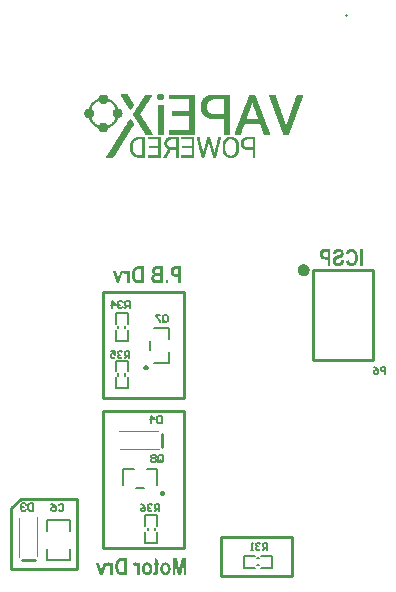
<source format=gbo>
%FSTAX24Y24*%
%MOIN*%
%SFA1B1*%

%IPPOS*%
%ADD35C,0.010000*%
%ADD49C,0.009800*%
%ADD50C,0.020000*%
%ADD51C,0.003900*%
%ADD52C,0.007900*%
%ADD54C,0.005900*%
%ADD55C,0.006000*%
%ADD56C,0.007000*%
%ADD57C,0.001000*%
%LNvapeixshield-1*%
%LPD*%
G36*
X038368Y042541D02*
X038376Y04254D01*
X038382Y042538*
X038388Y042535*
X038392Y042533*
X038396Y042531*
X038398Y04253*
X038399Y042529*
X038406Y042523*
X038412Y042515*
X038418Y042505*
X038424Y042497*
X038429Y042488*
X038433Y042481*
X038436Y042476*
X038437*
Y042533*
X038519*
Y042125*
X03843*
Y042251*
Y042268*
Y042284*
X038429Y042298*
Y042311*
X038428Y042324*
Y042335*
X038427Y042344*
Y042352*
Y04236*
X038426Y042366*
Y042371*
X038425Y042376*
Y042378*
X038424Y042381*
Y042382*
X038422Y042395*
X038418Y042405*
X038415Y042414*
X038412Y042421*
X038409Y042426*
X038407Y042429*
X038405Y042431*
X038404*
X038398Y042436*
X038393Y04244*
X038387Y042442*
X038382Y042444*
X038378Y042445*
X038375Y042446*
X038372*
X038364Y042445*
X038357Y042443*
X03835Y04244*
X038344Y042436*
X038338Y042433*
X038334Y04243*
X038332Y042428*
X038331Y042427*
X038303Y042519*
X038173Y042125*
X038093*
X037959Y042533*
X03805*
X038114Y042324*
X038133Y042255*
X038152Y042324*
X038214Y042533*
X038307*
X038304Y042522*
X038313Y042528*
X038323Y042533*
X038333Y042537*
X038342Y04254*
X03835Y042541*
X038356Y042542*
X038361*
X038368Y042541*
G37*
G36*
X045923Y043273D02*
X04594Y043271D01*
X045955Y043267*
X04597Y043263*
X045983Y043257*
X045996Y043252*
X046007Y043245*
X046017Y043239*
X046026Y043232*
X046035Y043226*
X046041Y04322*
X046047Y043214*
X046051Y04321*
X046055Y043207*
X046056Y043204*
X046057Y043203*
X046069Y043187*
X046079Y04317*
X046087Y043153*
X046095Y043134*
X046101Y043115*
X046106Y043097*
X04611Y043078*
X046114Y04306*
X046116Y043043*
X046119Y043028*
X04612Y043014*
X046121Y043002*
Y042993*
X046122Y042985*
Y04298*
Y042979*
Y042978*
X046121Y042953*
X04612Y04293*
X046116Y042908*
X046112Y042887*
X046107Y042868*
X046102Y04285*
X046096Y042833*
X04609Y042819*
X046084Y042806*
X046078Y042794*
X046073Y042784*
X046068Y042777*
X046064Y04277*
X04606Y042765*
X046059Y042763*
X046058Y042762*
X046047Y042749*
X046035Y042739*
X046024Y04273*
X046011Y042722*
X045999Y042715*
X045987Y042709*
X045976Y042705*
X045964Y042701*
X045953Y042699*
X045943Y042696*
X045934Y042695*
X045926Y042694*
X04592*
X045916Y042693*
X045911*
X045898Y042694*
X045886*
X045862Y042699*
X045841Y042706*
X045832Y04271*
X045824Y042714*
X045816Y042719*
X04581Y042723*
X045804Y042726*
X0458Y042729*
X045796Y042732*
X045793Y042734*
X045791Y042735*
Y042736*
X045781Y042745*
X045773Y042754*
X045759Y042776*
X045746Y042799*
X045736Y042822*
X045732Y042833*
X045729Y042843*
X045726Y042852*
X045724Y042859*
X045722Y042866*
X045721Y042871*
X04572Y042874*
Y042875*
X045811Y04291*
X045816Y042888*
X045822Y042869*
X045828Y042853*
X045835Y042841*
X045841Y042831*
X045846Y042824*
X045849Y04282*
X04585Y042818*
X04586Y042809*
X045871Y042802*
X045881Y042797*
X045891Y042793*
X0459Y042792*
X045907Y042791*
X045911Y04279*
X045913*
X045922Y042791*
X045931Y042792*
X045947Y042797*
X045961Y042804*
X045972Y042813*
X045982Y04282*
X045989Y042828*
X045993Y042833*
X045995*
Y042834*
X046Y042843*
X046005Y042853*
X046009Y042865*
X046012Y042877*
X046018Y042902*
X046021Y042927*
X046023Y042938*
X046024Y042949*
X046025Y042959*
Y042968*
X046026Y042975*
Y04298*
Y042984*
Y042985*
Y043003*
X046024Y043021*
X046022Y043037*
X046021Y043051*
X046018Y043064*
X046016Y043077*
X046013Y043088*
X04601Y043097*
X046006Y043105*
X046004Y043113*
X046001Y043118*
X045999Y043123*
X045996Y043127*
Y04313*
X045994Y043131*
Y043132*
X045987Y04314*
X045981Y043147*
X045974Y043153*
X045967Y043158*
X045953Y043166*
X04594Y043171*
X045928Y043174*
X045919Y043176*
X045916Y043177*
X045911*
X045897Y043176*
X045886Y043173*
X045876Y043169*
X045866Y043164*
X045859Y04316*
X045853Y043156*
X04585Y043153*
X045849Y043152*
X04584Y043142*
X045832Y043131*
X045826Y043119*
X045821Y043108*
X045817Y043098*
X045815Y043089*
X045814Y043086*
Y043083*
X045813*
Y043082*
X045721Y043108*
X045724Y043122*
X045728Y043134*
X045732Y043146*
X045736Y043158*
X045741Y043168*
X045746Y043177*
X045751Y043184*
X045755Y043192*
X045759Y043198*
X045763Y043204*
X045766Y043209*
X04577Y043213*
X045772Y043216*
X045774Y043218*
X045775Y04322*
X045776*
X045786Y043229*
X045796Y043237*
X045807Y043245*
X045818Y043252*
X045829Y043257*
X04584Y043261*
X045861Y043267*
X04587Y04327*
X045878Y043272*
X045886*
X045892Y043273*
X045898Y043274*
X045906*
X045923Y043273*
G37*
G36*
X039725Y032818D02*
X039742Y032815D01*
X039756Y032812*
X039769Y032807*
X039779Y032802*
X039787Y032798*
X039792Y032795*
X039793Y032794*
X039794*
X039807Y032784*
X03982Y032772*
X039831Y03276*
X03984Y032747*
X039847Y032737*
X039852Y032728*
X039854Y032725*
X039856Y032722*
X039857Y032721*
Y03272*
X039864Y032701*
X03987Y032682*
X039874Y032664*
X039877Y032647*
X039878Y032632*
X039879Y032627*
X03988Y032621*
Y032617*
Y032613*
Y032612*
Y032611*
X039879Y032592*
X039877Y032574*
X039876Y032557*
X039872Y032542*
X039868Y032527*
X039864Y032513*
X03986Y032502*
X039855Y032491*
X039851Y032481*
X039847Y032472*
X039842Y032466*
X039838Y03246*
X039835Y032455*
X039833Y032452*
X039832Y03245*
X039831Y032449*
X039822Y032439*
X039812Y032431*
X039801Y032423*
X039791Y032417*
X03978Y032411*
X03977Y032407*
X039751Y0324*
X039742Y032398*
X039733Y032396*
X039726Y032394*
X03972Y032393*
X039715*
X039708*
X03969*
X039674Y032397*
X03966Y032401*
X039647Y032405*
X039637Y03241*
X039628Y032413*
X039623Y032417*
Y032418*
X039622*
X039608Y032428*
X039595Y03244*
X039584Y032453*
X039575Y032466*
X039568Y032477*
X039563Y032486*
X039561Y032489*
X039559Y032492*
X039558Y032493*
Y032494*
X03955Y032513*
X039544Y032533*
X03954Y032552*
X039538Y03257*
X039535Y032585*
Y032592*
X039534Y032597*
Y032602*
Y032605*
Y032607*
X039535Y032623*
X039536Y032638*
X039542Y032667*
X039545Y03268*
X039549Y032692*
X039553Y032703*
X039558Y032713*
X039562Y032723*
X039566Y032732*
X03957Y032738*
X039573Y032745*
X039577Y032749*
X039579Y032753*
X03958Y032755*
X039581Y032756*
X03959Y032767*
X039599Y032777*
X039609Y032785*
X03962Y032792*
X039631Y032798*
X039641Y032803*
X039652Y032808*
X039662Y032812*
X039671Y032814*
X039679Y032816*
X039688Y032817*
X039694Y032818*
X0397Y032819*
X039708*
X039725Y032818*
G37*
G36*
X039116D02*
X039133Y032815D01*
X039147Y032812*
X03916Y032807*
X03917Y032802*
X039179Y032798*
X039184Y032795*
Y032794*
X039185*
X039199Y032784*
X039211Y032772*
X039222Y03276*
X039231Y032747*
X039238Y032737*
X039244Y032728*
X039245Y032725*
X039247Y032722*
X039248Y032721*
Y03272*
X039255Y032701*
X039261Y032682*
X039265Y032664*
X039268Y032647*
X039269Y032632*
X03927Y032627*
X039271Y032621*
Y032617*
Y032613*
Y032612*
Y032611*
X03927Y032592*
X039269Y032574*
X039267Y032557*
X039264Y032542*
X039259Y032527*
X039255Y032513*
X039251Y032502*
X039246Y032491*
X039242Y032481*
X039238Y032472*
X039234Y032466*
X039229Y03246*
X039226Y032455*
X039224Y032452*
X039223Y03245*
X039222Y032449*
X039213Y032439*
X039203Y032431*
X039192Y032423*
X039182Y032417*
X039171Y032411*
X039161Y032407*
X039142Y0324*
X039133Y032398*
X039124Y032396*
X039117Y032394*
X039111Y032393*
X039106*
X039099*
X039081*
X039065Y032397*
X039051Y032401*
X039038Y032405*
X039028Y03241*
X039019Y032413*
X039014Y032417*
Y032418*
X039013*
X038999Y032428*
X038986Y03244*
X038975Y032453*
X038966Y032466*
X038959Y032477*
X038954Y032486*
X038952Y032489*
X03895Y032492*
X038949Y032493*
Y032494*
X038941Y032513*
X038935Y032533*
X038931Y032552*
X038929Y03257*
X038926Y032585*
Y032592*
X038925Y032597*
Y032602*
Y032605*
Y032607*
X038926Y032623*
X038927Y032638*
X038933Y032667*
X038936Y03268*
X03894Y032692*
X038944Y032703*
X038949Y032713*
X038953Y032723*
X038957Y032732*
X038961Y032738*
X038964Y032745*
X038968Y032749*
X03897Y032753*
X038971Y032755*
X038972Y032756*
X038981Y032767*
X03899Y032777*
X039Y032785*
X039011Y032792*
X039022Y032798*
X039032Y032803*
X039043Y032808*
X039053Y032812*
X039062Y032814*
X03907Y032816*
X039079Y032817*
X039085Y032818*
X039091Y032819*
X039099*
X039116Y032818*
G37*
G36*
X040235Y042125D02*
X040142D01*
Y042337*
X040066*
X040052Y042338*
X040038Y042339*
X040027Y04234*
X040016Y042341*
X040007Y042342*
X039998Y042344*
X03999Y042346*
X039983Y042347*
X039978Y042349*
X039973Y04235*
X039969Y042351*
X039966Y042352*
X039964Y042353*
X039963Y042354*
X03995Y042361*
X039938Y04237*
X039928Y04238*
X03992Y042389*
X039913Y042397*
X039908Y042405*
X039905Y04241*
X039904Y042411*
X039897Y042428*
X039891Y042445*
X039887Y042462*
X039884Y042478*
X039882Y042492*
Y042499*
X039881Y042504*
Y042508*
Y042511*
Y042513*
Y042514*
X039882Y042538*
X039885Y04256*
X039889Y042578*
X039894Y042594*
X039898Y042601*
X0399Y042607*
X039902Y042612*
X039904Y042616*
X039906Y04262*
X039908Y042622*
Y042623*
Y042624*
X039919Y042639*
X03993Y04265*
X039942Y04266*
X039952Y042668*
X039962Y042673*
X039969Y042677*
X039974Y042679*
X039975Y04268*
X039976*
X039982Y042681*
X039988Y042682*
X039996Y042684*
X040004Y042685*
X040022Y042686*
X040041Y042687*
X040058Y042688*
X040235*
Y042125*
G37*
G36*
X039805D02*
X039717D01*
Y042233*
X039805*
Y042125*
G37*
G36*
X038981D02*
X038806D01*
X038786Y042126*
X038767Y042127*
X038751Y04213*
X038738Y042133*
X038727Y042136*
X03872Y042138*
X038715Y04214*
X038713Y042141*
X0387Y042147*
X038688Y042155*
X038678Y042162*
X038669Y04217*
X038662Y042176*
X038656Y042182*
X038653Y042186*
X038652Y042187*
X038643Y0422*
X038635Y042214*
X038627Y042228*
X038622Y042242*
X038617Y042254*
X038613Y042264*
X038612Y042268*
X038611Y042271*
X03861Y042272*
Y042273*
X038604Y042294*
X0386Y042316*
X038597Y042337*
X038595Y042357*
Y042366*
X038594Y042375*
Y042382*
X038593Y042388*
Y042393*
Y042397*
Y0424*
Y042401*
X038594Y04243*
X038596Y042456*
X038597Y042468*
X038598Y042479*
X0386Y042489*
X038601Y042498*
X038602Y042506*
X038604Y042514*
X038606Y04252*
X038607Y042525*
Y04253*
X038608Y042533*
X038609Y042535*
X038616Y042555*
X038622Y042573*
X03863Y042588*
X038637Y0426*
X038643Y042611*
X038648Y042619*
X038652Y042623*
X038653Y042625*
X038664Y042636*
X038674Y042646*
X038685Y042655*
X038694Y042661*
X038702Y042666*
X038708Y04267*
X038712Y042672*
X038714Y042673*
X038727Y042678*
X038743Y042681*
X038759Y042685*
X038775Y042686*
X038789Y042687*
X038795*
X0388Y042688*
X038981*
Y042125*
G37*
G36*
X039625D02*
X039434D01*
X039419Y042126*
X039405*
X039393*
X039382Y042127*
X039373*
X039365Y042128*
X039358Y042129*
X039352Y04213*
X039348*
X039344Y042131*
X039341*
X03934*
X039338*
X039324Y042136*
X03931Y042144*
X039298Y042152*
X039288Y042161*
X03928Y04217*
X039273Y042177*
X03927Y042182*
X039268Y042183*
Y042184*
X039258Y042201*
X03925Y042218*
X039245Y042236*
X039241Y042252*
X03924Y042266*
X039239Y042272*
Y042278*
X039238Y042282*
Y042286*
Y042287*
Y042288*
X039239Y042306*
X039241Y042323*
X039245Y042337*
X03925Y04235*
X039254Y042361*
X039258Y042368*
X03926Y042372*
X039261Y042374*
X03927Y042386*
X039281Y042397*
X039292Y042406*
X039302Y042412*
X039312Y042417*
X03932Y042421*
X039325Y042423*
Y042424*
X039326*
X039315Y042431*
X039306Y042438*
X039299Y042446*
X039291Y042454*
X039286Y042461*
X039282Y042467*
X03928Y04247*
X039279Y042472*
X039273Y042485*
X039268Y042498*
X039265Y04251*
X039263Y042522*
X039261Y042531*
X03926Y04254*
Y042545*
Y042546*
X039261Y042562*
X039264Y042577*
X039267Y04259*
X039271Y042602*
X039275Y042611*
X039279Y042619*
X039281Y042623*
X039282Y042625*
X03929Y042637*
X039299Y042647*
X039308Y042655*
X039315Y042662*
X039323Y042667*
X039329Y042671*
X039332Y042673*
X039334Y042674*
X03934Y042676*
X039347Y042679*
X039364Y042682*
X039381Y042685*
X039399Y042686*
X039415Y042687*
X039422Y042688*
X039625*
Y042125*
G37*
G36*
X039461Y032891D02*
Y03281D01*
X039502*
Y032724*
X039461*
Y032546*
Y032533*
Y032522*
X03946Y032512*
Y032502*
Y032494*
X039459Y032487*
Y032481*
X039458Y032475*
Y032466*
X039457Y03246*
X039456Y032456*
Y032455*
X039453Y032444*
X039449Y032435*
X039444Y032427*
X03944Y03242*
X039436Y032415*
X039433Y032412*
X03943Y032409*
X039429Y032408*
X039421Y032403*
X039412Y032399*
X039403Y032397*
X039394Y032394*
X039386Y032393*
X03938*
X039374*
X03936*
X039347Y032395*
X039335Y032398*
X039324Y032401*
X039316Y032403*
X039309Y032406*
X039306Y032408*
X039304*
X039313Y032492*
X039321Y032489*
X039328Y032487*
X039334Y032485*
X039339Y032484*
X039343Y032483*
X039345Y032482*
X039348*
X039353Y032483*
X039358Y032485*
X039362Y032487*
X039364Y03249*
X039368Y032495*
X039369Y032497*
Y0325*
X03937Y032502*
X039371Y032511*
Y032521*
X039372Y032532*
Y032542*
Y032551*
Y032554*
Y032557*
Y032558*
Y032559*
Y032724*
X039312*
Y03281*
X039372*
Y032954*
X039461Y032891*
G37*
G36*
X037813Y032818D02*
X037821Y032817D01*
X037827Y032815*
X037833Y032812*
X037837Y03281*
X037841Y032808*
X037843Y032807*
X037844Y032806*
X037851Y0328*
X037857Y032792*
X037863Y032782*
X037869Y032774*
X037874Y032765*
X037878Y032758*
X037881Y032753*
X037882Y032752*
Y03281*
X037964*
Y032402*
X037875*
Y032527*
Y032545*
Y032561*
X037874Y032575*
Y032588*
X037873Y032601*
Y032612*
X037872Y032621*
Y032629*
Y032637*
X037871Y032642*
Y032648*
X03787Y032652*
Y032655*
X037869Y032657*
Y032659*
X037867Y032672*
X037863Y032682*
X03786Y032691*
X037857Y032697*
X037854Y032702*
X037852Y032706*
X03785Y032707*
X037849Y032708*
X037843Y032713*
X037838Y032717*
X037832Y032719*
X037827Y032721*
X037823Y032722*
X03782*
X037817*
X037809*
X037802Y03272*
X037795Y032717*
X037789Y032713*
X037783Y03271*
X037779Y032707*
X037777Y032705*
X037776Y032704*
X037748Y032796*
X037618Y032402*
X037538*
X037404Y03281*
X037495*
X037559Y032601*
X037578Y032532*
X037597Y032601*
X037659Y03281*
X037752*
X037749Y032799*
X037758Y032805*
X037768Y03281*
X037778Y032814*
X037787Y032817*
X037795Y032818*
X037801Y032819*
X037806*
X037813Y032818*
G37*
G36*
X040397Y032402D02*
X040311D01*
Y032846*
X040219Y032402*
X04013*
X040037Y032846*
Y032402*
X03995*
Y032965*
X040091*
X040174Y032579*
X040258Y032965*
X040397*
Y032402*
G37*
G36*
X045497Y043273D02*
X045515Y043271D01*
X04553Y043268*
X045543Y043265*
X045554Y043261*
X045562Y043258*
X045567Y043256*
X045568Y043255*
X045569*
X045582Y043247*
X045593Y043238*
X045603Y043229*
X045612Y04322*
X045618Y043212*
X045622Y043205*
X045626Y043201*
X045627Y0432*
Y043199*
X045633Y043185*
X045638Y043171*
X045642Y043157*
X045645Y043144*
X045646Y043133*
X045647Y043124*
Y043121*
Y043118*
Y043117*
X045646Y043103*
X045645Y043088*
X045642Y043076*
X045639Y043065*
X045637Y043056*
X045634Y043048*
X045632Y043044*
X045631Y043043*
X045625Y04303*
X045617Y043019*
X04561Y04301*
X045603Y043003*
X045597Y042996*
X045592Y042992*
X045588Y042988*
X045587*
X045576Y04298*
X045562Y042973*
X045547Y042966*
X045533Y04296*
X04552Y042955*
X045515Y042953*
X04551Y042952*
X045506Y04295*
X045502Y042949*
X045501Y042948*
X0455*
X045488Y042945*
X045477Y042942*
X045467Y042938*
X045459Y042935*
X045451Y042933*
X045444Y04293*
X045438Y042928*
X045433Y042927*
X045426Y042923*
X04542Y042921*
X045417Y04292*
Y042919*
X045411Y042916*
X045405Y042913*
X045401Y042908*
X045397Y042905*
X045392Y0429*
X045391Y042898*
X045387Y042893*
X045386Y042887*
X045382Y042877*
Y042872*
Y042868*
Y042866*
Y042865*
Y042853*
X045386Y042843*
X045389Y042833*
X045394Y042825*
X045398Y042819*
X045402Y042814*
X045406Y042811*
X045407Y04281*
X045417Y042803*
X045427Y042798*
X045438Y042793*
X045448Y042791*
X045458Y042789*
X045466*
X045472*
X045487*
X045502Y042793*
X045513Y042798*
X045524Y042805*
X045534Y042813*
X045542Y042823*
X045549Y042833*
X045555Y042843*
X04556Y042853*
X045564Y042863*
X045567Y042872*
X04557Y04288*
X045572Y042887*
Y042892*
X045573Y042896*
Y042897*
X045664Y042886*
X045661Y042868*
X045659Y042852*
X045655Y042837*
X045651Y042822*
X045645Y042808*
X045639Y042796*
X045633Y042785*
X045627Y042774*
X045619Y042764*
X045612Y042755*
X045596Y04274*
X045579Y042727*
X045562Y042717*
X045546Y042709*
X04553Y042703*
X045515Y042699*
X045502Y042696*
X045491Y042694*
X045482Y042693*
X045475*
X045457Y042694*
X045442Y042695*
X045427Y042697*
X045412Y0427*
X0454Y042704*
X045388Y042709*
X045377Y042713*
X045368Y042718*
X045361Y042722*
X045353Y042726*
X045347Y04273*
X045342Y042734*
X045339Y042738*
X045337Y042739*
X045335Y042741*
X045334Y042742*
X045326Y042752*
X045319Y042762*
X045312Y042772*
X045307Y042782*
X045299Y042803*
X045294Y042823*
X045292Y042831*
X045291Y042839*
X04529Y042847*
X045289Y042853*
X045288Y042858*
Y042862*
Y042864*
Y042865*
X045289Y042883*
X045291Y0429*
X045293Y042915*
X045297Y042928*
X0453Y042938*
X045302Y042945*
X045304Y04295*
X045305Y042952*
X045312Y042964*
X045319Y042976*
X045327Y042986*
X045335Y042994*
X045342Y043001*
X045348Y043005*
X045352Y043008*
X045353Y043009*
X045359Y043013*
X045367Y043018*
X045382Y043026*
X045399Y043033*
X045416Y043039*
X045431Y043045*
X045437Y043047*
X045443Y043049*
X045448Y043051*
X045452Y043052*
X045454Y043053*
X045455*
X045467Y043056*
X045477Y043059*
X045487Y043063*
X045496Y043066*
X045504Y043069*
X045511Y043072*
X045517Y043075*
X045522Y043078*
X045531Y043082*
X045536Y043085*
X045539Y043087*
X04554Y043088*
X045546Y043093*
X045551Y0431*
X045554Y043106*
X045556Y043112*
X045557Y043118*
X045558Y043122*
Y043124*
Y043125*
X045557Y043133*
X045555Y043141*
X045552Y043148*
X045548Y043153*
X045545Y043158*
X045542Y043162*
X045539Y043163*
X045538Y043164*
X04553Y043169*
X04552Y043173*
X045511Y043176*
X045502Y043178*
X045493Y043179*
X045486Y04318*
X04548*
X045467Y043179*
X045455Y043178*
X045445Y043174*
X045437Y043171*
X04543Y043168*
X045425Y043164*
X045422Y043163*
Y043162*
X045414Y043153*
X045408Y043144*
X045404Y043133*
X0454Y043123*
X045397Y043113*
X045396Y043106*
X045395Y043103*
X045394Y0431*
Y043099*
Y043098*
X045301Y043103*
X045302Y043118*
X045304Y043133*
X045307Y043145*
X04531Y043158*
X045313Y043168*
X045317Y043179*
X045322Y043188*
X045327Y043197*
X045331Y043204*
X045335Y043211*
X045339Y043217*
X045342Y043221*
X045346Y043224*
X045348Y043227*
X045349Y043228*
X04535Y043229*
X045359Y043237*
X045368Y043244*
X045379Y04325*
X045389Y043255*
X045411Y043263*
X045431Y043268*
X045441Y043271*
X045449Y043272*
X045457*
X045464Y043273*
X04547Y043274*
X045477*
X045497Y043273*
G37*
G36*
X038709Y032818D02*
X038716Y032817D01*
X038723Y032815*
X038729Y032812*
X038733Y03281*
X038736Y032808*
X038739Y032807*
X03874Y032806*
X038746Y0328*
X038752Y032792*
X038759Y032782*
X038765Y032774*
X03877Y032765*
X038774Y032758*
X038776Y032753*
X038777Y032752*
Y03281*
X03886*
Y032402*
X03877*
Y032527*
Y032545*
Y032561*
Y032575*
Y032588*
X038769Y032601*
Y032612*
X038768Y032621*
X038767Y032629*
Y032637*
X038766Y032642*
Y032648*
X038765Y032652*
Y032655*
Y032657*
Y032659*
X038762Y032672*
X038759Y032682*
X038755Y032691*
X038752Y032697*
X03875Y032702*
X038747Y032706*
X038745Y032707*
Y032708*
X038739Y032713*
X038734Y032717*
X038728Y032719*
X038723Y032721*
X038719Y032722*
X038715*
X038712*
X038705*
X038698Y03272*
X03869Y032717*
X038685Y032713*
X038679Y03271*
X038675Y032707*
X038672Y032705*
X038671Y032704*
X038643Y032798*
X038654Y032805*
X038664Y03281*
X038674Y032814*
X038683Y032817*
X03869Y032818*
X038696Y032819*
X038701*
X038709Y032818*
G37*
G36*
X038426Y032402D02*
X038251D01*
X038231Y032403*
X038212Y032404*
X038196Y032407*
X038183Y03241*
X038172Y032413*
X038165Y032415*
X03816Y032417*
X038158Y032418*
X038145Y032424*
X038133Y032432*
X038123Y032439*
X038114Y032447*
X038107Y032453*
X038101Y032459*
X038098Y032462*
X038097Y032464*
X038088Y032477*
X03808Y032491*
X038072Y032505*
X038067Y032519*
X038062Y032531*
X038058Y032541*
X038057Y032545*
X038056Y032547*
X038055Y032549*
Y03255*
X038049Y032571*
X038045Y032592*
X038042Y032614*
X03804Y032634*
Y032643*
X038039Y032652*
Y032659*
X038038Y032665*
Y03267*
Y032674*
Y032677*
X038039Y032707*
X038041Y032732*
X038042Y032745*
X038043Y032756*
X038045Y032766*
X038046Y032775*
X038047Y032783*
X038049Y032791*
X038051Y032797*
X038052Y032802*
Y032807*
X038053Y03281*
X038054Y032812*
X038061Y032832*
X038067Y03285*
X038075Y032865*
X038082Y032877*
X038088Y032888*
X038093Y032896*
X038096Y0329*
X038098Y032901*
X038109Y032913*
X038119Y032923*
X03813Y032931*
X038139Y032938*
X038147Y032943*
X038153Y032947*
X038157Y032949*
X038159Y03295*
X038172Y032955*
X038188Y032958*
X038204Y032961*
X03822Y032963*
X038234Y032964*
X03824*
X038245Y032965*
X038426*
Y032402*
G37*
G36*
X04521Y042702D02*
X045117D01*
Y042914*
X045041*
X045027Y042915*
X045013Y042916*
X045002Y042917*
X044991Y042918*
X044982Y042919*
X044973Y042921*
X044965Y042923*
X044958Y042924*
X044953Y042926*
X044948Y042927*
X044944Y042928*
X044941Y042929*
X044939Y04293*
X044938Y042931*
X044925Y042938*
X044913Y042947*
X044903Y042957*
X044895Y042966*
X044888Y042974*
X044883Y042982*
X04488Y042987*
X044879Y042988*
X044872Y043005*
X044866Y043022*
X044862Y043039*
X044858Y043055*
X044857Y043069*
Y043076*
X044856Y043081*
Y043085*
Y043088*
Y04309*
Y043091*
X044857Y043115*
X04486Y043137*
X044864Y043155*
X044869Y043171*
X044873Y043178*
X044875Y043184*
X044877Y043189*
X044879Y043193*
X044881Y043197*
X044883Y043199*
Y0432*
Y043201*
X044894Y043216*
X044905Y043227*
X044917Y043237*
X044927Y043245*
X044937Y04325*
X044944Y043254*
X044949Y043256*
X04495Y043257*
X044951*
X044957Y043258*
X044963Y043259*
X044971Y043261*
X044979Y043262*
X044997Y043263*
X045016Y043264*
X045033Y043265*
X04521*
Y042702*
G37*
G36*
X046288D02*
X046195D01*
Y043265*
X046288*
Y042702*
G37*
%LNvapeixshield-2*%
%LPC*%
G36*
X039709Y032731D02*
X039708D01*
X039696Y032729*
X039684Y032726*
X039675Y032721*
X039666Y032715*
X039659Y032708*
X039654Y032703*
X039651Y0327*
X03965Y032698*
X039642Y032685*
X039636Y032671*
X039631Y032655*
X039628Y03264*
X039627Y032627*
X039626Y032621*
X039625Y032616*
Y032612*
Y032608*
Y032607*
Y032606*
X039626Y032584*
X039628Y032565*
X039633Y032549*
X039637Y032536*
X039642Y032526*
X039645Y032518*
X039648Y032514*
X039649Y032512*
X039658Y032502*
X039668Y032494*
X039678Y032488*
X039687Y032485*
X039695Y032482*
X039701*
X039705Y032481*
X039707*
X039719Y032482*
X03973Y032486*
X03974Y032491*
X039748Y032497*
X039756Y032502*
X039761Y032507*
X039764Y03251*
X039765Y032512*
X039773Y032525*
X039779Y03254*
X039783Y032555*
X039786Y032571*
X039787Y032584*
X039788Y03259*
X039789Y032596*
Y0326*
Y032603*
Y032605*
Y032606*
X039788Y032627*
X039786Y032646*
X039782Y032662*
X039777Y032675*
X039773Y032685*
X039769Y032692*
X039767Y032697*
X039766Y032698*
X039757Y032709*
X039747Y032717*
X039737Y032723*
X039728Y032727*
X039719Y032729*
X039713Y03273*
X039709Y032731*
G37*
G36*
X0391D02*
X039099D01*
X039087Y032729*
X039075Y032726*
X039066Y032721*
X039057Y032715*
X03905Y032708*
X039045Y032703*
X039042Y0327*
X039041Y032698*
X039033Y032685*
X039027Y032671*
X039022Y032655*
X039019Y03264*
X039018Y032627*
X039017Y032621*
X039016Y032616*
Y032612*
Y032608*
Y032607*
Y032606*
X039017Y032584*
X039019Y032565*
X039024Y032549*
X039028Y032536*
X039033Y032526*
X039036Y032518*
X039039Y032514*
X03904Y032512*
X039049Y032502*
X039059Y032494*
X039069Y032488*
X039078Y032485*
X039086Y032482*
X039092*
X039096Y032481*
X039098*
X03911Y032482*
X039121Y032486*
X039131Y032491*
X039139Y032497*
X039147Y032502*
X039152Y032507*
X039155Y03251*
X039156Y032512*
X039164Y032525*
X03917Y03254*
X039174Y032555*
X039177Y032571*
X039179Y032584*
Y03259*
X03918Y032596*
Y0326*
Y032603*
Y032605*
Y032606*
X039179Y032627*
X039177Y032646*
X039173Y032662*
X039169Y032675*
X039164Y032685*
X03916Y032692*
X039158Y032697*
X039157Y032698*
X039148Y032709*
X039138Y032717*
X039128Y032723*
X039119Y032727*
X03911Y032729*
X039104Y03273*
X0391Y032731*
G37*
G36*
X040142Y042593D02*
X040077D01*
X040068Y042592*
X04006*
X040047Y042591*
X040037Y04259*
X040029Y042589*
X040024Y042587*
X040022Y042586*
X040021*
X040014Y042583*
X040008Y04258*
X040003Y042575*
X039998Y04257*
X039995Y042566*
X039993Y042563*
X039991Y04256*
X03999*
X039986Y042552*
X039983Y042544*
X039981Y042536*
X039979Y042529*
X039978Y042522*
Y042517*
Y042514*
Y042512*
Y042502*
X039979Y042493*
X039982Y042485*
X039983Y042479*
X039986Y042473*
X039988Y042469*
X039989Y042466*
X03999*
X039995Y042459*
X04Y042453*
X040005Y042449*
X04001Y042445*
X040014Y042442*
X040018Y042441*
X04002Y042439*
X040021*
X040029Y042436*
X040039Y042435*
X040051Y042434*
X040063Y042433*
X040073Y042432*
X040142*
Y042593*
G37*
G36*
X038887D02*
X038826D01*
X03881Y042592*
X038797Y042591*
X038786Y04259*
X038779*
X038774Y042589*
X038771Y042588*
X03877*
X038761Y042585*
X038752Y042581*
X038745Y042576*
X038738Y042572*
X038733Y042567*
X038729Y042564*
X038726Y042561*
Y04256*
X038719Y042552*
X038714Y042543*
X038709Y042533*
X038706Y042524*
X038702Y042515*
X038701Y042509*
X038699Y042505*
Y042504*
Y042503*
X038696Y042489*
X038694Y042472*
X038692Y042456*
X038691Y042441*
Y042426*
X03869Y042421*
Y042415*
Y042411*
Y042407*
Y042406*
Y042405*
Y042383*
X038691Y042364*
X038692Y042347*
X038694Y042333*
X038696Y042322*
X038697Y042314*
X038698Y042309*
X038699Y042308*
Y042307*
X038702Y042295*
X038706Y042283*
X03871Y042274*
X038713Y042266*
X038716Y042261*
X038718Y042256*
X03872Y042254*
X038721Y042253*
X038731Y042242*
X038741Y042235*
X038746Y042231*
X03875Y04223*
X038752Y042229*
X038753Y042228*
X038761Y042226*
X038771Y042223*
X038782Y042221*
X038793*
X038803*
X038811Y04222*
X038887*
Y042593*
G37*
G36*
X039532Y042594D02*
X039443D01*
X039434Y042593*
X039425*
X039418Y042592*
X039406*
X039402Y042591*
X039398*
X039393Y04259*
X03939*
X039384Y042588*
X039379Y042585*
X03937Y042578*
X039367Y042575*
X039365Y042572*
X039364Y04257*
X039363*
X039359Y042564*
X039356Y042557*
X039353Y042545*
X039352Y042539*
X039351Y042535*
Y042531*
Y04253*
X039352Y04252*
X039354Y042511*
X039355Y042504*
X039358Y042497*
X039361Y042492*
X039363Y042489*
X039365Y042486*
Y042485*
X03937Y04248*
X039377Y042476*
X039383Y042472*
X039389Y04247*
X039394Y042468*
X039398Y042467*
X039401Y042466*
X039405*
X039409*
X03943*
X039441Y042465*
X039532*
Y042594*
G37*
G36*
Y042371D02*
X039436D01*
X039427Y04237*
X03942*
X039405Y042368*
X039395Y042367*
X039387Y042366*
X039382Y042364*
X039379Y042363*
X039378*
X039371Y04236*
X039365Y042356*
X03936Y042352*
X039355Y042348*
X039352Y042344*
X03935Y042341*
X039348Y042339*
X039347Y042338*
X039343Y042331*
X03934Y042324*
X039338Y042316*
X039336Y042309*
X039335Y042303*
Y042298*
Y042294*
Y042293*
Y042284*
X039336Y042275*
X039338Y042267*
X03934Y042261*
X039343Y042256*
X039345Y042252*
Y04225*
X039346Y042249*
X03935Y042243*
X039355Y042238*
X03936Y042234*
X039364Y042231*
X039368Y042228*
X039371Y042226*
X039373*
X039374*
X039377Y042225*
X039381Y042224*
X039392Y042222*
X039404Y042221*
X039416*
X039427Y04222*
X039532*
Y042371*
G37*
G36*
X038332Y03287D02*
X038271D01*
X038255Y032869*
X038242Y032868*
X038231Y032867*
X038224Y032866*
X038219*
X038216Y032865*
X038215*
X038206Y032861*
X038197Y032858*
X03819Y032853*
X038183Y032849*
X038178Y032844*
X038174Y032841*
X038171Y032838*
Y032837*
X038164Y032829*
X038159Y03282*
X038154Y03281*
X038151Y032801*
X038147Y032792*
X038146Y032786*
X038144Y032782*
Y032781*
Y03278*
X038141Y032766*
X038139Y032749*
X038137Y032733*
X038136Y032717*
Y032703*
X038135Y032697*
Y032692*
Y032687*
Y032684*
Y032682*
Y03266*
X038136Y032641*
X038137Y032624*
X038139Y03261*
X038141Y032599*
X038142Y032591*
X038143Y032586*
X038144Y032585*
Y032584*
X038147Y032572*
X038151Y03256*
X038155Y032551*
X038158Y032543*
X038161Y032537*
X038163Y032533*
X038165Y032531*
X038166Y03253*
X038176Y032519*
X038186Y032512*
X038191Y032508*
X038195Y032507*
X038197Y032506*
X038198Y032505*
X038206Y032502*
X038216Y0325*
X038227Y032498*
X038238Y032497*
X038248*
X038256*
X038332*
Y03287*
G37*
G36*
X045117Y04317D02*
X045052D01*
X045043Y043169*
X045035*
X045022Y043168*
X045012Y043167*
X045004Y043166*
X044999Y043164*
X044997Y043163*
X044996*
X044989Y04316*
X044983Y043157*
X044978Y043152*
X044973Y043148*
X04497Y043143*
X044968Y04314*
X044966Y043138*
X044965Y043137*
X044961Y043129*
X044958Y043121*
X044956Y043113*
X044954Y043106*
X044953Y043099*
Y043094*
Y043091*
Y043089*
Y043079*
X044954Y04307*
X044957Y043063*
X044958Y043056*
X044961Y04305*
X044963Y043046*
X044964Y043043*
X044965*
X04497Y043036*
X044975Y04303*
X04498Y043026*
X044985Y043022*
X044989Y043019*
X044993Y043018*
X044995Y043016*
X044996*
X045004Y043013*
X045014Y043012*
X045026Y043011*
X045038Y04301*
X045048Y043009*
X045117*
Y04317*
G37*
%LNvapeixshield-3*%
%LPD*%
G54D35*
X034558Y032595D02*
X036748D01*
Y034947*
X034558Y032595D02*
Y034623D01*
X034882Y034947*
X036748*
X041573Y03365D02*
X043925D01*
X041573Y032352D02*
Y03365D01*
X043925Y032352D02*
Y03365D01*
X041573Y032352D02*
X043925D01*
X03764Y038313D02*
Y041841D01*
X040316Y038313D02*
Y041841D01*
X03764D02*
X040316D01*
X03764Y038313D02*
X040316D01*
X03764Y033285D02*
X040316D01*
X03764Y037867D02*
X040316D01*
Y033285D02*
Y037867D01*
X03764Y033285D02*
Y037867D01*
X039594Y036673D02*
Y037108D01*
X034916Y032896D02*
X035351D01*
X045733Y051067D02*
X045734Y051066D01*
X044611Y039555D02*
Y042555D01*
X046611*
Y039555D02*
Y042555D01*
X044611Y039555D02*
X046611D01*
G54D49*
X039635Y035132D02*
D01*
X039634Y035134*
X039634Y035137*
X039634Y03514*
X039633Y035142*
X039632Y035145*
X039631Y035147*
X03963Y03515*
X039629Y035152*
X039627Y035154*
X039625Y035157*
X039624Y035159*
X039622Y03516*
X03962Y035162*
X039617Y035164*
X039615Y035165*
X039613Y035167*
X03961Y035168*
X039608Y035169*
X039605Y035169*
X039602Y03517*
X0396Y03517*
X039597Y03517*
X039594*
X039591Y03517*
X039589Y03517*
X039586Y035169*
X039583Y035169*
X039581Y035168*
X039578Y035167*
X039576Y035165*
X039574Y035164*
X039571Y035162*
X039569Y03516*
X039567Y035159*
X039566Y035157*
X039564Y035154*
X039562Y035152*
X039561Y03515*
X03956Y035147*
X039559Y035145*
X039558Y035142*
X039557Y03514*
X039557Y035137*
X039557Y035134*
X039557Y035132*
X039557Y035129*
X039557Y035126*
X039557Y035123*
X039558Y035121*
X039559Y035118*
X03956Y035116*
X039561Y035113*
X039562Y035111*
X039564Y035109*
X039566Y035106*
X039567Y035104*
X039569Y035103*
X039571Y035101*
X039574Y035099*
X039576Y035098*
X039578Y035096*
X039581Y035095*
X039583Y035094*
X039586Y035094*
X039589Y035093*
X039591Y035093*
X039594Y035093*
X039597*
X0396Y035093*
X039602Y035093*
X039605Y035094*
X039608Y035094*
X03961Y035095*
X039613Y035096*
X039615Y035098*
X039617Y035099*
X03962Y035101*
X039622Y035103*
X039624Y035104*
X039625Y035106*
X039627Y035109*
X039629Y035111*
X03963Y035113*
X039631Y035116*
X039632Y035118*
X039633Y035121*
X039634Y035123*
X039634Y035126*
X039634Y035129*
X039635Y035132*
X039079Y039321D02*
D01*
X039078Y039323*
X039078Y039326*
X039078Y039329*
X039077Y039331*
X039076Y039334*
X039075Y039336*
X039074Y039339*
X039073Y039341*
X039071Y039343*
X039069Y039346*
X039068Y039348*
X039066Y039349*
X039064Y039351*
X039061Y039353*
X039059Y039354*
X039057Y039356*
X039054Y039357*
X039052Y039358*
X039049Y039358*
X039046Y039359*
X039044Y039359*
X039041Y039359*
X039038*
X039035Y039359*
X039033Y039359*
X03903Y039358*
X039027Y039358*
X039025Y039357*
X039022Y039356*
X03902Y039354*
X039018Y039353*
X039015Y039351*
X039013Y039349*
X039011Y039348*
X03901Y039346*
X039008Y039343*
X039006Y039341*
X039005Y039339*
X039004Y039336*
X039003Y039334*
X039002Y039331*
X039001Y039329*
X039001Y039326*
X039001Y039323*
X039001Y039321*
X039001Y039318*
X039001Y039315*
X039001Y039312*
X039002Y03931*
X039003Y039307*
X039004Y039305*
X039005Y039302*
X039006Y0393*
X039008Y039298*
X03901Y039295*
X039011Y039293*
X039013Y039292*
X039015Y03929*
X039018Y039288*
X03902Y039287*
X039022Y039285*
X039025Y039284*
X039027Y039283*
X03903Y039283*
X039033Y039282*
X039035Y039282*
X039038Y039282*
X039041*
X039044Y039282*
X039046Y039282*
X039049Y039283*
X039052Y039283*
X039054Y039284*
X039057Y039285*
X039059Y039287*
X039061Y039288*
X039064Y03929*
X039066Y039292*
X039068Y039293*
X039069Y039295*
X039071Y039298*
X039073Y0393*
X039074Y039302*
X039075Y039305*
X039076Y039307*
X039077Y03931*
X039078Y039312*
X039078Y039315*
X039078Y039318*
X039079Y039321*
G54D50*
X044411Y042555D02*
D01*
X04441Y042561*
X04441Y042568*
X044408Y042575*
X044407Y042582*
X044404Y042589*
X044402Y042595*
X044399Y042601*
X044395Y042607*
X044391Y042613*
X044387Y042619*
X044382Y042624*
X044377Y042629*
X044372Y042633*
X044366Y042637*
X044361Y042641*
X044354Y042644*
X044348Y042647*
X044341Y04265*
X044335Y042652*
X044328Y042653*
X044321Y042654*
X044314Y042654*
X044307*
X0443Y042654*
X044293Y042653*
X044286Y042652*
X04428Y04265*
X044273Y042647*
X044267Y042644*
X044261Y042641*
X044255Y042637*
X044249Y042633*
X044244Y042629*
X044239Y042624*
X044234Y042619*
X04423Y042613*
X044226Y042607*
X044222Y042601*
X044219Y042595*
X044217Y042589*
X044214Y042582*
X044213Y042575*
X044211Y042568*
X044211Y042561*
X044211Y042555*
X044211Y042548*
X044211Y042541*
X044213Y042534*
X044214Y042527*
X044217Y04252*
X044219Y042514*
X044222Y042508*
X044226Y042502*
X04423Y042496*
X044234Y04249*
X044239Y042485*
X044244Y04248*
X044249Y042476*
X044255Y042472*
X044261Y042468*
X044267Y042465*
X044273Y042462*
X04428Y042459*
X044286Y042457*
X044293Y042456*
X0443Y042455*
X044307Y042455*
X044314*
X044321Y042455*
X044328Y042456*
X044335Y042457*
X044341Y042459*
X044348Y042462*
X044354Y042465*
X044361Y042468*
X044366Y042472*
X044372Y042476*
X044377Y04248*
X044382Y042485*
X044387Y04249*
X044391Y042496*
X044395Y042502*
X044399Y042508*
X044402Y042514*
X044404Y04252*
X044407Y042527*
X044408Y042534*
X04441Y042541*
X04441Y042548*
X044411Y042555*
G54D51*
X038184Y036583D02*
X039479D01*
X038174Y037193D02*
X039469D01*
X034826Y033011D02*
Y034306D01*
X035436Y033021D02*
Y034316D01*
G54D52*
X03912Y033898D02*
Y033976D01*
X039357Y033898D02*
Y033976D01*
X04275Y032957D02*
X042829D01*
X04275Y03272D02*
X042829D01*
X038366Y039044D02*
Y039123D01*
X03813Y039044D02*
Y039123D01*
X038366Y040626D02*
Y040704D01*
X03813Y040626D02*
Y040704D01*
G54D54*
X039084Y03592D02*
X039438D01*
X038297D02*
X038651D01*
X039438Y035408D02*
Y03592D01*
X038297Y035408D02*
Y03592D01*
X03873Y03529D02*
X039005D01*
X039827Y039478D02*
Y039832D01*
Y040265D02*
Y04062D01*
X039316Y039478D02*
X039827D01*
X039316Y04062D02*
X039827D01*
X039197Y039911D02*
Y040187D01*
X039509Y034521D02*
Y034758D01*
X039391*
X039351Y034718*
Y034639*
X039391Y0346*
X039509*
X03943D02*
X039351Y034521D01*
X039272Y034718D02*
X039233Y034758D01*
X039154*
X039115Y034718*
Y034679*
X039154Y034639*
X039194*
X039154*
X039115Y0346*
Y034561*
X039154Y034521*
X039233*
X039272Y034561*
X038879Y034758D02*
X038958Y034718D01*
X039036Y034639*
Y034561*
X038997Y034521*
X038918*
X038879Y034561*
Y0346*
X038918Y034639*
X039036*
X038507Y039627D02*
Y039863D01*
X038389*
X03835Y039824*
Y039745*
X038389Y039706*
X038507*
X038428D02*
X03835Y039627D01*
X038271Y039824D02*
X038232Y039863D01*
X038153*
X038113Y039824*
Y039785*
X038153Y039745*
X038192*
X038153*
X038113Y039706*
Y039667*
X038153Y039627*
X038232*
X038271Y039667*
X037877Y039863D02*
X038035D01*
Y039745*
X037956Y039785*
X037917*
X037877Y039745*
Y039667*
X037917Y039627*
X037995*
X038035Y039667*
X038517Y041286D02*
Y041522D01*
X038399*
X03836Y041483*
Y041404*
X038399Y041365*
X038517*
X038439D02*
X03836Y041286D01*
X038281Y041483D02*
X038242Y041522D01*
X038163*
X038124Y041483*
Y041443*
X038163Y041404*
X038203*
X038163*
X038124Y041365*
Y041325*
X038163Y041286*
X038242*
X038281Y041325*
X037927Y041286D02*
Y041522D01*
X038045Y041404*
X037888*
X039473Y036204D02*
Y036362D01*
X039512Y036401*
X039591*
X03963Y036362*
Y036204*
X039591Y036165*
X039512*
X039552Y036244D02*
X039473Y036165D01*
X039512D02*
X039473Y036204D01*
X039394Y036362D02*
X039355Y036401D01*
X039276*
X039237Y036362*
Y036322*
X039276Y036283*
X039237Y036244*
Y036204*
X039276Y036165*
X039355*
X039394Y036204*
Y036244*
X039355Y036283*
X039394Y036322*
Y036362*
X039355Y036283D02*
X039276D01*
X039622Y040864D02*
Y041021D01*
X039662Y04106*
X03974*
X03978Y041021*
Y040864*
X03974Y040824*
X039662*
X039701Y040903D02*
X039622Y040824D01*
X039662D02*
X039622Y040864D01*
X039543Y04106D02*
X039386D01*
Y041021*
X039543Y040864*
Y040824*
X039589Y037706D02*
Y03747D01*
X039471*
X039431Y037509*
Y037666*
X039471Y037706*
X039589*
X039235Y03747D02*
Y037706D01*
X039353Y037588*
X039195*
X047042Y039103D02*
Y039339D01*
X046924*
X046885Y0393*
Y039221*
X046924Y039182*
X047042*
X046649Y039339D02*
X046727Y0393D01*
X046806Y039221*
Y039143*
X046767Y039103*
X046688*
X046649Y039143*
Y039182*
X046688Y039221*
X046806*
X043105Y033232D02*
Y033468D01*
X042987*
X042947Y033429*
Y03335*
X042987Y033311*
X043105*
X043026D02*
X042947Y033232D01*
X042869Y033429D02*
X042829Y033468D01*
X042751*
X042711Y033429*
Y03339*
X042751Y03335*
X04279*
X042751*
X042711Y033311*
Y033272*
X042751Y033232*
X042829*
X042869Y033272*
X042632Y033232D02*
X042554D01*
X042593*
Y033468*
X042632Y033429*
X036144Y034739D02*
X036184Y034778D01*
X036262*
X036302Y034739*
Y034581*
X036262Y034542*
X036184*
X036144Y034581*
X035908Y034778D02*
X035987Y034739D01*
X036065Y03466*
Y034581*
X036026Y034542*
X035947*
X035908Y034581*
Y03462*
X035947Y03466*
X036065*
X035297Y034782D02*
Y034546D01*
X035179*
X03514Y034585*
Y034743*
X035179Y034782*
X035297*
X035061Y034743D02*
X035022Y034782D01*
X034943*
X034904Y034743*
Y034703*
X034943Y034664*
X034982*
X034943*
X034904Y034625*
Y034585*
X034943Y034546*
X035022*
X035061Y034585*
G54D55*
X039042Y0344D02*
X039435D01*
X039042Y033474D02*
X039435D01*
X039042Y034035D02*
Y0344D01*
Y033474D02*
Y033839D01*
X039435Y034035D02*
Y0344D01*
Y033474D02*
Y033839D01*
X042888Y033035D02*
X043252D01*
X042327D02*
X042691D01*
X042888Y032642D02*
X043252D01*
X042327D02*
X042691D01*
X043252D02*
Y033035D01*
X042327Y032642D02*
Y033035D01*
X038051Y038621D02*
X038445D01*
X038051Y039546D02*
X038445D01*
Y038621D02*
Y038985D01*
Y039182D02*
Y039546D01*
X038051Y038621D02*
Y038985D01*
Y039182D02*
Y039546D01*
Y040202D02*
X038445D01*
X038051Y041128D02*
X038445D01*
Y040202D02*
Y040567D01*
Y040763D02*
Y041128D01*
X038051Y040202D02*
Y040567D01*
Y040763D02*
Y041128D01*
G54D56*
X035758Y032899D02*
Y033268D01*
Y032899D02*
X035765Y032892D01*
X03652D02*
Y033268D01*
X035765Y032892D02*
X03652D01*
X035765Y034244D02*
X03652D01*
Y033868D02*
Y034244D01*
X035758Y034237D02*
X035765Y034244D01*
X035758Y033868D02*
Y034237D01*
G54D57*
X041812Y046333D02*
X041912D01*
X037742Y046343D02*
X037942D01*
X038752D02*
X038992D01*
X039112D02*
X039522D01*
X039642D02*
X039712D01*
X040052D02*
X040112D01*
X040232D02*
X040642D01*
X040912D02*
X040972D01*
X041302D02*
X041362D01*
X041782D02*
X041962D01*
X042612D02*
X042672D01*
X037742Y046353D02*
X037952D01*
X038712D02*
X038992D01*
X039112D02*
X039522D01*
X039652D02*
X039712D01*
X040052D02*
X040112D01*
X040232D02*
X040642D01*
X040912D02*
X040972D01*
X041302D02*
X041362D01*
X041752D02*
X041982D01*
X042612D02*
X042672D01*
X037752Y046363D02*
X037962D01*
X038692D02*
X038992D01*
X039112D02*
X039522D01*
X039652D02*
X039722D01*
X040052D02*
X040112D01*
X040232D02*
X040642D01*
X040912D02*
X040982D01*
X041292D02*
X041362D01*
X041732D02*
X042002D01*
X042612D02*
X042672D01*
X037752Y046373D02*
X037962D01*
X038662D02*
X038992D01*
X039112D02*
X039522D01*
X039662D02*
X039722D01*
X040052D02*
X040112D01*
X040232D02*
X040642D01*
X040902D02*
X040982D01*
X041292D02*
X041372D01*
X041722D02*
X042012D01*
X042612D02*
X042672D01*
X037762Y046383D02*
X037972D01*
X038652D02*
X038992D01*
X039112D02*
X039522D01*
X039672D02*
X039732D01*
X040052D02*
X040112D01*
X040232D02*
X040642D01*
X040902D02*
X040982D01*
X041292D02*
X041372D01*
X041712D02*
X041822D01*
X041912D02*
X042022D01*
X042612D02*
X042672D01*
X037772Y046393D02*
X037972D01*
X038642D02*
X038752D01*
X038942D02*
X038992D01*
X039462D02*
X039522D01*
X039672D02*
X039742D01*
X040052D02*
X040112D01*
X040582D02*
X040642D01*
X040902D02*
X040982D01*
X041292D02*
X041372D01*
X041702D02*
X041792D01*
X041942D02*
X042042D01*
X042612D02*
X042672D01*
X037772Y046403D02*
X037982D01*
X038622D02*
X038722D01*
X038942D02*
X038992D01*
X039462D02*
X039522D01*
X039682D02*
X039742D01*
X040052D02*
X040112D01*
X040582D02*
X040642D01*
X040902D02*
X040992D01*
X041282D02*
X041372D01*
X041692D02*
X041772D01*
X041962D02*
X042052D01*
X042612D02*
X042672D01*
X037782Y046413D02*
X037992D01*
X038612D02*
X038702D01*
X038942D02*
X038992D01*
X039462D02*
X039522D01*
X039682D02*
X039752D01*
X040052D02*
X040112D01*
X040582D02*
X040642D01*
X040892D02*
X040992D01*
X041282D02*
X041382D01*
X041682D02*
X041752D01*
X041982D02*
X042062D01*
X042612D02*
X042672D01*
X037792Y046423D02*
X037992D01*
X038602D02*
X038682D01*
X038942D02*
X038992D01*
X039462D02*
X039522D01*
X039692D02*
X039752D01*
X040052D02*
X040112D01*
X040582D02*
X040642D01*
X040892D02*
X040992D01*
X041282D02*
X041382D01*
X041672D02*
X041742D01*
X041992D02*
X042062D01*
X042612D02*
X042672D01*
X037792Y046433D02*
X038002D01*
X038592D02*
X038672D01*
X038942D02*
X038992D01*
X039462D02*
X039522D01*
X039702D02*
X039762D01*
X040052D02*
X040112D01*
X040582D02*
X040642D01*
X040892D02*
X040942D01*
X040952D02*
X041002D01*
X041272D02*
X041322D01*
X041332D02*
X041382D01*
X041662D02*
X041732D01*
X042002D02*
X042072D01*
X042612D02*
X042672D01*
X037802Y046443D02*
X038012D01*
X038592D02*
X038662D01*
X038942D02*
X038992D01*
X039462D02*
X039522D01*
X039702D02*
X039772D01*
X040052D02*
X040112D01*
X040582D02*
X040642D01*
X040892D02*
X040942D01*
X040952D02*
X041002D01*
X041272D02*
X041322D01*
X041332D02*
X041382D01*
X041662D02*
X041722D01*
X042012D02*
X042082D01*
X042612D02*
X042672D01*
X037802Y046453D02*
X038012D01*
X038582D02*
X038652D01*
X038942D02*
X038992D01*
X039462D02*
X039522D01*
X039712D02*
X039772D01*
X040052D02*
X040112D01*
X040582D02*
X040642D01*
X040882D02*
X040932D01*
X040952D02*
X041002D01*
X041272D02*
X041322D01*
X041332D02*
X041392D01*
X041652D02*
X041712D01*
X042022D02*
X042082D01*
X042612D02*
X042672D01*
X037812Y046463D02*
X038022D01*
X038572D02*
X038642D01*
X038942D02*
X038992D01*
X039462D02*
X039522D01*
X039712D02*
X039782D01*
X040052D02*
X040112D01*
X040582D02*
X040642D01*
X040882D02*
X040932D01*
X040952D02*
X041002D01*
X041262D02*
X041322D01*
X041342D02*
X041392D01*
X041642D02*
X041712D01*
X042032D02*
X042092D01*
X042612D02*
X042672D01*
X037822Y046473D02*
X038022D01*
X038572D02*
X038632D01*
X038942D02*
X038992D01*
X039462D02*
X039522D01*
X039722D02*
X039782D01*
X040052D02*
X040112D01*
X040582D02*
X040642D01*
X040882D02*
X040932D01*
X040962D02*
X041012D01*
X041262D02*
X041312D01*
X041342D02*
X041392D01*
X041642D02*
X041702D01*
X042032D02*
X042092D01*
X042612D02*
X042672D01*
X037822Y046483D02*
X038032D01*
X038562D02*
X038622D01*
X038942D02*
X038992D01*
X039462D02*
X039522D01*
X039732D02*
X039792D01*
X040052D02*
X040112D01*
X040582D02*
X040642D01*
X040882D02*
X040932D01*
X040962D02*
X041012D01*
X041262D02*
X041312D01*
X041342D02*
X041392D01*
X041642D02*
X041702D01*
X042042D02*
X042102D01*
X042612D02*
X042672D01*
X037832Y046493D02*
X038042D01*
X038552D02*
X038622D01*
X038942D02*
X038992D01*
X039462D02*
X039522D01*
X039732D02*
X039792D01*
X040052D02*
X040112D01*
X040582D02*
X040642D01*
X040872D02*
X040932D01*
X040962D02*
X041012D01*
X041262D02*
X041312D01*
X041342D02*
X041402D01*
X041632D02*
X041692D01*
X042042D02*
X042102D01*
X042612D02*
X042672D01*
X037832Y046503D02*
X038042D01*
X038552D02*
X038612D01*
X038942D02*
X038992D01*
X039462D02*
X039522D01*
X039742D02*
X039802D01*
X040052D02*
X040112D01*
X040582D02*
X040642D01*
X040872D02*
X040922D01*
X040962D02*
X041022D01*
X041252D02*
X041302D01*
X041342D02*
X041402D01*
X041632D02*
X041692D01*
X042052D02*
X042102D01*
X042612D02*
X042672D01*
X037842Y046513D02*
X038052D01*
X038552D02*
X038612D01*
X038942D02*
X038992D01*
X039462D02*
X039522D01*
X039742D02*
X039812D01*
X040052D02*
X040112D01*
X040582D02*
X040642D01*
X040872D02*
X040922D01*
X040972D02*
X041022D01*
X041252D02*
X041302D01*
X041352D02*
X041402D01*
X041632D02*
X041682D01*
X042052D02*
X042112D01*
X042612D02*
X042672D01*
X037852Y046523D02*
X038052D01*
X038542D02*
X038602D01*
X038942D02*
X038992D01*
X039462D02*
X039522D01*
X039752D02*
X039812D01*
X040052D02*
X040112D01*
X040582D02*
X040642D01*
X040872D02*
X040922D01*
X040972D02*
X041022D01*
X041252D02*
X041302D01*
X041352D02*
X041402D01*
X041622D02*
X041682D01*
X042052D02*
X042112D01*
X042612D02*
X042672D01*
X037852Y046533D02*
X038062D01*
X038542D02*
X038602D01*
X038942D02*
X038992D01*
X039462D02*
X039522D01*
X039762D02*
X039822D01*
X040052D02*
X040112D01*
X040582D02*
X040642D01*
X040862D02*
X040922D01*
X040972D02*
X041022D01*
X041242D02*
X041302D01*
X041352D02*
X041412D01*
X041622D02*
X041682D01*
X042062D02*
X042112D01*
X042612D02*
X042672D01*
X037862Y046543D02*
X038072D01*
X038542D02*
X038602D01*
X038942D02*
X038992D01*
X039462D02*
X039522D01*
X039762D02*
X039822D01*
X040052D02*
X040112D01*
X040582D02*
X040642D01*
X040862D02*
X040912D01*
X040982D02*
X041032D01*
X041242D02*
X041292D01*
X041352D02*
X041412D01*
X041622D02*
X041682D01*
X042062D02*
X042122D01*
X042612D02*
X042672D01*
X037872Y046553D02*
X038072D01*
X038532D02*
X038592D01*
X038942D02*
X038992D01*
X039462D02*
X039522D01*
X039772D02*
X039832D01*
X040052D02*
X040112D01*
X040582D02*
X040642D01*
X040862D02*
X040912D01*
X040982D02*
X041032D01*
X041242D02*
X041292D01*
X041362D02*
X041412D01*
X041622D02*
X041672D01*
X042062D02*
X042122D01*
X042612D02*
X042672D01*
X037872Y046563D02*
X038082D01*
X038532D02*
X038592D01*
X038942D02*
X038992D01*
X039462D02*
X039522D01*
X039772D02*
X039842D01*
X040052D02*
X040112D01*
X040582D02*
X040642D01*
X040852D02*
X040912D01*
X040982D02*
X041032D01*
X041232D02*
X041292D01*
X041362D02*
X041412D01*
X041612D02*
X041672D01*
X042062D02*
X042122D01*
X042612D02*
X042672D01*
X037882Y046573D02*
X038092D01*
X038532D02*
X038592D01*
X038942D02*
X038992D01*
X039462D02*
X039522D01*
X039782D02*
X039842D01*
X040052D02*
X040112D01*
X040582D02*
X040642D01*
X040852D02*
X040912D01*
X040982D02*
X041042D01*
X041232D02*
X041282D01*
X041362D02*
X041422D01*
X041612D02*
X041672D01*
X042062D02*
X042122D01*
X042612D02*
X042672D01*
X037882Y046583D02*
X038092D01*
X038532D02*
X038592D01*
X038942D02*
X038992D01*
X039462D02*
X039522D01*
X039782D02*
X039852D01*
X040052D02*
X040112D01*
X040582D02*
X040642D01*
X040852D02*
X040912D01*
X040992D02*
X041042D01*
X041232D02*
X041282D01*
X041362D02*
X041422D01*
X041612D02*
X041672D01*
X042062D02*
X042122D01*
X042612D02*
X042672D01*
X037892Y046593D02*
X038102D01*
X038532D02*
X038592D01*
X038942D02*
X038992D01*
X039462D02*
X039522D01*
X039792D02*
X039852D01*
X040052D02*
X040112D01*
X040582D02*
X040642D01*
X040852D02*
X040902D01*
X040992D02*
X041042D01*
X041232D02*
X041282D01*
X041372D02*
X041422D01*
X041612D02*
X041672D01*
X042072D02*
X042122D01*
X042612D02*
X042672D01*
X037902Y046603D02*
X038102D01*
X038532D02*
X038582D01*
X038942D02*
X038992D01*
X039462D02*
X039522D01*
X039802D02*
X039862D01*
X040052D02*
X040112D01*
X040582D02*
X040642D01*
X040842D02*
X040902D01*
X040992D02*
X041052D01*
X041222D02*
X041282D01*
X041372D02*
X041422D01*
X041612D02*
X041672D01*
X042072D02*
X042122D01*
X042612D02*
X042672D01*
X037902Y046613D02*
X038112D01*
X038532D02*
X038582D01*
X038942D02*
X038992D01*
X039462D02*
X039522D01*
X039802D02*
X040112D01*
X040582D02*
X040642D01*
X040842D02*
X040902D01*
X041002D02*
X041052D01*
X041222D02*
X041272D01*
X041372D02*
X041432D01*
X041612D02*
X041672D01*
X042072D02*
X042122D01*
X042372D02*
X042672D01*
X037912Y046623D02*
X038122D01*
X038532D02*
X038582D01*
X038942D02*
X038992D01*
X039462D02*
X039522D01*
X039802D02*
X040112D01*
X040582D02*
X040642D01*
X040842D02*
X040892D01*
X041002D02*
X041052D01*
X041222D02*
X041272D01*
X041372D02*
X041432D01*
X041612D02*
X041672D01*
X042072D02*
X042122D01*
X042332D02*
X042672D01*
X037922Y046633D02*
X038122D01*
X038532D02*
X038582D01*
X038942D02*
X038992D01*
X039462D02*
X039522D01*
X039782D02*
X040112D01*
X040582D02*
X040642D01*
X040842D02*
X040892D01*
X041002D02*
X041052D01*
X041212D02*
X041272D01*
X041382D02*
X041432D01*
X041612D02*
X041672D01*
X042072D02*
X042122D01*
X042312D02*
X042672D01*
X037922Y046643D02*
X038132D01*
X038532D02*
X038582D01*
X038942D02*
X038992D01*
X039462D02*
X039522D01*
X039762D02*
X040112D01*
X040582D02*
X040642D01*
X040832D02*
X040892D01*
X041002D02*
X041062D01*
X041212D02*
X041262D01*
X041382D02*
X041442D01*
X041612D02*
X041672D01*
X042072D02*
X042122D01*
X042292D02*
X042672D01*
X037932Y046653D02*
X038142D01*
X038532D02*
X038582D01*
X038942D02*
X038992D01*
X039162D02*
X039522D01*
X039752D02*
X040112D01*
X040282D02*
X040642D01*
X040832D02*
X040892D01*
X041012D02*
X041062D01*
X041212D02*
X041262D01*
X041382D02*
X041442D01*
X041612D02*
X041672D01*
X042072D02*
X042122D01*
X042282D02*
X042672D01*
X037932Y046663D02*
X038142D01*
X038532D02*
X038582D01*
X038942D02*
X038992D01*
X039162D02*
X039522D01*
X039732D02*
X039852D01*
X040052D02*
X040112D01*
X040272D02*
X040642D01*
X040832D02*
X040892D01*
X041012D02*
X041062D01*
X041212D02*
X041262D01*
X041382D02*
X041442D01*
X041612D02*
X041672D01*
X042072D02*
X042122D01*
X042272D02*
X042372D01*
X042612D02*
X042672D01*
X037942Y046673D02*
X038152D01*
X038532D02*
X038582D01*
X038942D02*
X038992D01*
X039162D02*
X039522D01*
X039722D02*
X039812D01*
X040052D02*
X040112D01*
X040272D02*
X040642D01*
X040832D02*
X040882D01*
X041012D02*
X041072D01*
X041202D02*
X041252D01*
X041392D02*
X041442D01*
X041612D02*
X041672D01*
X042072D02*
X042122D01*
X042262D02*
X042352D01*
X042612D02*
X042672D01*
X037952Y046683D02*
X038152D01*
X038532D02*
X038582D01*
X038942D02*
X038992D01*
X039162D02*
X039522D01*
X039712D02*
X039792D01*
X040052D02*
X040112D01*
X040272D02*
X040642D01*
X040822D02*
X040882D01*
X041022D02*
X041072D01*
X041202D02*
X041252D01*
X041392D02*
X041452D01*
X041612D02*
X041672D01*
X042072D02*
X042122D01*
X042262D02*
X042332D01*
X042612D02*
X042672D01*
X037952Y046693D02*
X038162D01*
X038532D02*
X038582D01*
X038942D02*
X038992D01*
X039162D02*
X039522D01*
X039712D02*
X039782D01*
X040052D02*
X040112D01*
X040272D02*
X040642D01*
X040822D02*
X040882D01*
X041022D02*
X041072D01*
X041202D02*
X041252D01*
X041392D02*
X041452D01*
X041612D02*
X041672D01*
X042072D02*
X042122D01*
X042252D02*
X042322D01*
X042612D02*
X042672D01*
X037962Y046703D02*
X038172D01*
X038532D02*
X038582D01*
X038942D02*
X038992D01*
X039462D02*
X039522D01*
X039702D02*
X039772D01*
X040052D02*
X040112D01*
X040582D02*
X040642D01*
X040822D02*
X040882D01*
X041022D02*
X041072D01*
X041192D02*
X041252D01*
X041392D02*
X041452D01*
X041612D02*
X041672D01*
X042072D02*
X042122D01*
X042242D02*
X042312D01*
X042612D02*
X042672D01*
X037972Y046713D02*
X038172D01*
X038532D02*
X038582D01*
X038942D02*
X038992D01*
X039462D02*
X039522D01*
X039692D02*
X039762D01*
X040052D02*
X040112D01*
X040582D02*
X040642D01*
X040822D02*
X040872D01*
X041032D02*
X041082D01*
X041192D02*
X041242D01*
X041402D02*
X041452D01*
X041612D02*
X041672D01*
X042072D02*
X042122D01*
X042242D02*
X042302D01*
X042612D02*
X042672D01*
X037972Y046723D02*
X038182D01*
X038532D02*
X038582D01*
X038942D02*
X038992D01*
X039462D02*
X039522D01*
X039692D02*
X039752D01*
X040052D02*
X040112D01*
X040582D02*
X040642D01*
X040812D02*
X040872D01*
X041032D02*
X041082D01*
X041192D02*
X041242D01*
X041402D02*
X041462D01*
X041612D02*
X041672D01*
X042072D02*
X042122D01*
X042232D02*
X042302D01*
X042612D02*
X042672D01*
X037982Y046733D02*
X038182D01*
X038532D02*
X038582D01*
X038942D02*
X038992D01*
X039462D02*
X039522D01*
X039682D02*
X039752D01*
X040052D02*
X040112D01*
X040582D02*
X040642D01*
X040812D02*
X040872D01*
X041032D02*
X041082D01*
X041182D02*
X041242D01*
X041402D02*
X041462D01*
X041612D02*
X041672D01*
X042072D02*
X042122D01*
X042232D02*
X042292D01*
X042612D02*
X042672D01*
X037982Y046743D02*
X038192D01*
X038532D02*
X038592D01*
X038942D02*
X038992D01*
X039462D02*
X039522D01*
X039682D02*
X039742D01*
X040052D02*
X040112D01*
X040582D02*
X040642D01*
X040812D02*
X040872D01*
X041032D02*
X041092D01*
X041182D02*
X041232D01*
X041402D02*
X041462D01*
X041612D02*
X041672D01*
X042072D02*
X042122D01*
X042232D02*
X042292D01*
X042612D02*
X042672D01*
X037992Y046753D02*
X038202D01*
X038532D02*
X038592D01*
X038942D02*
X038992D01*
X039462D02*
X039522D01*
X039682D02*
X039742D01*
X040052D02*
X040112D01*
X040582D02*
X040642D01*
X040812D02*
X040862D01*
X041042D02*
X041092D01*
X041182D02*
X041232D01*
X041412D02*
X041462D01*
X041612D02*
X041672D01*
X042062D02*
X042122D01*
X042232D02*
X042282D01*
X042612D02*
X042672D01*
X038002Y046763D02*
X038202D01*
X038532D02*
X038592D01*
X038942D02*
X038992D01*
X039462D02*
X039522D01*
X039682D02*
X039732D01*
X040052D02*
X040112D01*
X040582D02*
X040642D01*
X040802D02*
X040862D01*
X041042D02*
X041092D01*
X041182D02*
X041232D01*
X041412D02*
X041472D01*
X041612D02*
X041672D01*
X042062D02*
X042122D01*
X042222D02*
X042282D01*
X042612D02*
X042672D01*
X038002Y046773D02*
X038212D01*
X038532D02*
X038592D01*
X038942D02*
X038992D01*
X039462D02*
X039522D01*
X039672D02*
X039732D01*
X040052D02*
X040112D01*
X040582D02*
X040642D01*
X040802D02*
X040862D01*
X041042D02*
X041092D01*
X041172D02*
X041232D01*
X041412D02*
X041472D01*
X041612D02*
X041672D01*
X042062D02*
X042122D01*
X042222D02*
X042282D01*
X042612D02*
X042672D01*
X038012Y046783D02*
X038222D01*
X038542D02*
X038592D01*
X038942D02*
X038992D01*
X039462D02*
X039522D01*
X039672D02*
X039732D01*
X040052D02*
X040112D01*
X040582D02*
X040642D01*
X040802D02*
X040862D01*
X041052D02*
X041102D01*
X041172D02*
X041222D01*
X041412D02*
X041472D01*
X041622D02*
X041672D01*
X042062D02*
X042122D01*
X042222D02*
X042282D01*
X042612D02*
X042672D01*
X038022Y046793D02*
X038222D01*
X038542D02*
X038602D01*
X038942D02*
X038992D01*
X039462D02*
X039522D01*
X039672D02*
X039732D01*
X040052D02*
X040112D01*
X040582D02*
X040642D01*
X040802D02*
X040852D01*
X041052D02*
X041102D01*
X041172D02*
X041222D01*
X041422D02*
X041472D01*
X041622D02*
X041682D01*
X042062D02*
X042122D01*
X042222D02*
X042282D01*
X042612D02*
X042672D01*
X038022Y046803D02*
X038232D01*
X038542D02*
X038602D01*
X038942D02*
X038992D01*
X039462D02*
X039522D01*
X039672D02*
X039732D01*
X040052D02*
X040112D01*
X040582D02*
X040642D01*
X040792D02*
X040852D01*
X041052D02*
X041102D01*
X041162D02*
X041222D01*
X041422D02*
X041482D01*
X041622D02*
X041682D01*
X042052D02*
X042112D01*
X042222D02*
X042282D01*
X042612D02*
X042672D01*
X038032Y046813D02*
X038232D01*
X038542D02*
X038602D01*
X038942D02*
X038992D01*
X039462D02*
X039522D01*
X039672D02*
X039732D01*
X040052D02*
X040112D01*
X040582D02*
X040642D01*
X040792D02*
X040852D01*
X041052D02*
X041112D01*
X041162D02*
X041212D01*
X041422D02*
X041482D01*
X041622D02*
X041682D01*
X042052D02*
X042112D01*
X042222D02*
X042282D01*
X042612D02*
X042672D01*
X038032Y046823D02*
X038242D01*
X038552D02*
X038612D01*
X038942D02*
X038992D01*
X039462D02*
X039522D01*
X039672D02*
X039732D01*
X040052D02*
X040112D01*
X040582D02*
X040642D01*
X040792D02*
X040852D01*
X041062D02*
X041112D01*
X041162D02*
X041212D01*
X041422D02*
X041482D01*
X041632D02*
X041682D01*
X042052D02*
X042112D01*
X042222D02*
X042282D01*
X042612D02*
X042672D01*
X038042Y046833D02*
X038252D01*
X038552D02*
X038612D01*
X038942D02*
X038992D01*
X039462D02*
X039522D01*
X039672D02*
X039732D01*
X040052D02*
X040112D01*
X040582D02*
X040642D01*
X040792D02*
X040842D01*
X041062D02*
X041112D01*
X041152D02*
X041212D01*
X041432D02*
X041482D01*
X041632D02*
X041692D01*
X042042D02*
X042102D01*
X042222D02*
X042282D01*
X042612D02*
X042672D01*
X038052Y046843D02*
X038252D01*
X038562D02*
X038622D01*
X038942D02*
X038992D01*
X039462D02*
X039522D01*
X039682D02*
X039732D01*
X040052D02*
X040112D01*
X040582D02*
X040642D01*
X040782D02*
X040842D01*
X041062D02*
X041112D01*
X041152D02*
X041202D01*
X041432D02*
X041492D01*
X041632D02*
X041692D01*
X042042D02*
X042102D01*
X042232D02*
X042282D01*
X042612D02*
X042672D01*
X038052Y046853D02*
X038262D01*
X038562D02*
X038622D01*
X038942D02*
X038992D01*
X039462D02*
X039522D01*
X039682D02*
X039742D01*
X040052D02*
X040112D01*
X040582D02*
X040642D01*
X040782D02*
X040842D01*
X041072D02*
X041122D01*
X041152D02*
X041202D01*
X041432D02*
X041492D01*
X041642D02*
X041702D01*
X042032D02*
X042102D01*
X042232D02*
X042292D01*
X042612D02*
X042672D01*
X038062Y046863D02*
X038272D01*
X038572D02*
X038632D01*
X038942D02*
X038992D01*
X039462D02*
X039522D01*
X039682D02*
X039742D01*
X040052D02*
X040112D01*
X040582D02*
X040642D01*
X040782D02*
X040842D01*
X041072D02*
X041122D01*
X041152D02*
X041202D01*
X041432D02*
X041492D01*
X041642D02*
X041702D01*
X042032D02*
X042092D01*
X042232D02*
X042292D01*
X042612D02*
X042672D01*
X038072Y046873D02*
X038272D01*
X038572D02*
X038642D01*
X038942D02*
X038992D01*
X039462D02*
X039522D01*
X039682D02*
X039752D01*
X040052D02*
X040112D01*
X040582D02*
X040642D01*
X040782D02*
X040832D01*
X041072D02*
X041122D01*
X041142D02*
X041202D01*
X041442D02*
X041492D01*
X041652D02*
X041712D01*
X042022D02*
X042092D01*
X042232D02*
X042302D01*
X042612D02*
X042672D01*
X038072Y046883D02*
X038282D01*
X038582D02*
X038652D01*
X038942D02*
X038992D01*
X039462D02*
X039522D01*
X039692D02*
X039752D01*
X040052D02*
X040112D01*
X040582D02*
X040642D01*
X040772D02*
X040832D01*
X041072D02*
X041132D01*
X041142D02*
X041192D01*
X041442D02*
X041502D01*
X041652D02*
X041722D01*
X042022D02*
X042082D01*
X042242D02*
X042302D01*
X042612D02*
X042672D01*
X038082Y046893D02*
X038282D01*
X038592D02*
X038662D01*
X038942D02*
X038992D01*
X039462D02*
X039522D01*
X039692D02*
X039762D01*
X040052D02*
X040112D01*
X040582D02*
X040642D01*
X040772D02*
X040832D01*
X041082D02*
X041132D01*
X041142D02*
X041192D01*
X041442D02*
X041502D01*
X041662D02*
X041722D01*
X042012D02*
X042072D01*
X042242D02*
X042312D01*
X042612D02*
X042672D01*
X038082Y046903D02*
X038292D01*
X038602D02*
X038672D01*
X038942D02*
X038992D01*
X039462D02*
X039522D01*
X039702D02*
X039772D01*
X040052D02*
X040112D01*
X040582D02*
X040642D01*
X040772D02*
X040832D01*
X041082D02*
X041132D01*
X041142D02*
X041192D01*
X041442D02*
X041502D01*
X041662D02*
X041732D01*
X042002D02*
X042072D01*
X042252D02*
X042322D01*
X042612D02*
X042672D01*
X038092Y046913D02*
X038302D01*
X038602D02*
X038692D01*
X038942D02*
X038992D01*
X039462D02*
X039522D01*
X039702D02*
X039782D01*
X040052D02*
X040112D01*
X040582D02*
X040642D01*
X040762D02*
X040822D01*
X041082D02*
X041182D01*
X041452D02*
X041502D01*
X041672D02*
X041752D01*
X041992D02*
X042062D01*
X042262D02*
X042332D01*
X042612D02*
X042672D01*
X038102Y046923D02*
X038302D01*
X038612D02*
X038702D01*
X038942D02*
X038992D01*
X039462D02*
X039522D01*
X039712D02*
X039792D01*
X040052D02*
X040112D01*
X040582D02*
X040642D01*
X040762D02*
X040822D01*
X041092D02*
X041182D01*
X041452D02*
X041512D01*
X041682D02*
X041762D01*
X041972D02*
X042052D01*
X042262D02*
X042342D01*
X042612D02*
X042672D01*
X038102Y046933D02*
X038312D01*
X038632D02*
X038732D01*
X038942D02*
X038992D01*
X039462D02*
X039522D01*
X039722D02*
X039812D01*
X040052D02*
X040112D01*
X040582D02*
X040642D01*
X040762D02*
X040822D01*
X041092D02*
X041182D01*
X041452D02*
X041512D01*
X041692D02*
X041782D01*
X041962D02*
X042042D01*
X042272D02*
X042362D01*
X042612D02*
X042672D01*
X038112Y046943D02*
X038312D01*
X038642D02*
X038772D01*
X038942D02*
X038992D01*
X039462D02*
X039522D01*
X039732D02*
X039852D01*
X040052D02*
X040112D01*
X040582D02*
X040642D01*
X040762D02*
X040822D01*
X041092D02*
X041182D01*
X041452D02*
X041512D01*
X041702D02*
X041802D01*
X041942D02*
X042032D01*
X042282D02*
X042402D01*
X042612D02*
X042672D01*
X038112Y046953D02*
X038322D01*
X038652D02*
X038992D01*
X039112D02*
X039522D01*
X039742D02*
X040112D01*
X040232D02*
X040642D01*
X040752D02*
X040812D01*
X041102D02*
X041172D01*
X041462D02*
X041512D01*
X041712D02*
X041842D01*
X041892D02*
X042022D01*
X042292D02*
X042672D01*
X038122Y046963D02*
X038332D01*
X038672D02*
X038992D01*
X039112D02*
X039522D01*
X039762D02*
X040112D01*
X040232D02*
X040642D01*
X040752D02*
X040812D01*
X041102D02*
X041172D01*
X041462D02*
X041522D01*
X041722D02*
X042012D01*
X042312D02*
X042672D01*
X038132Y046973D02*
X038332D01*
X038692D02*
X038992D01*
X039112D02*
X039522D01*
X039782D02*
X040112D01*
X040232D02*
X040642D01*
X040752D02*
X040812D01*
X041102D02*
X041172D01*
X041462D02*
X041522D01*
X041742D02*
X041992D01*
X042332D02*
X042672D01*
X038132Y046983D02*
X038342D01*
X038722D02*
X038992D01*
X039112D02*
X039522D01*
X039802D02*
X040112D01*
X040232D02*
X040642D01*
X040752D02*
X040812D01*
X041102D02*
X041162D01*
X041462D02*
X041522D01*
X041762D02*
X041972D01*
X042352D02*
X042672D01*
X038142Y046993D02*
X038352D01*
X038772D02*
X038992D01*
X039112D02*
X039522D01*
X039852D02*
X040112D01*
X040232D02*
X040642D01*
X040752D02*
X040802D01*
X041112D02*
X041162D01*
X041472D02*
X041522D01*
X041792D02*
X041952D01*
X042402D02*
X042672D01*
X038152Y047003D02*
X038352D01*
X041842D02*
X041902D01*
X038152Y047013D02*
X038362D01*
X038162Y047023D02*
X038362D01*
X038162Y047033D02*
X038372D01*
X038172Y047043D02*
X038382D01*
X038182Y047053D02*
X038382D01*
X038182Y047063D02*
X038392D01*
X038192Y047073D02*
X038402D01*
X038202Y047083D02*
X038402D01*
X038202Y047093D02*
X038412D01*
X038212Y047103D02*
X038412D01*
X038212Y047113D02*
X038422D01*
X039042D02*
X039252D01*
X039452D02*
X039612D01*
X039822D02*
X040652D01*
X041652D02*
X041832D01*
X042012D02*
X042182D01*
X042982D02*
X043162D01*
X043632D02*
X043792D01*
X038222Y047123D02*
X038432D01*
X039042D02*
X039242D01*
X039452D02*
X039612D01*
X039822D02*
X040652D01*
X041652D02*
X041832D01*
X042012D02*
X042192D01*
X042982D02*
X043162D01*
X043632D02*
X043792D01*
X038232Y047133D02*
X038432D01*
X039032D02*
X039232D01*
X039452D02*
X039612D01*
X039822D02*
X040652D01*
X041652D02*
X041832D01*
X042022D02*
X042192D01*
X042982D02*
X043152D01*
X043632D02*
X043802D01*
X038232Y047143D02*
X038442D01*
X039022D02*
X039232D01*
X039452D02*
X039612D01*
X039822D02*
X040652D01*
X041652D02*
X041832D01*
X042022D02*
X042192D01*
X042972D02*
X043152D01*
X043622D02*
X043802D01*
X038242Y047153D02*
X038442D01*
X039022D02*
X039222D01*
X039452D02*
X039612D01*
X039822D02*
X040652D01*
X041652D02*
X041832D01*
X042022D02*
X042202D01*
X042972D02*
X043152D01*
X043622D02*
X043812D01*
X038252Y047163D02*
X038452D01*
X039012D02*
X039212D01*
X039452D02*
X039612D01*
X039822D02*
X040652D01*
X041652D02*
X041832D01*
X042032D02*
X042202D01*
X042972D02*
X043142D01*
X043622D02*
X043812D01*
X038252Y047173D02*
X038462D01*
X039002D02*
X039212D01*
X039452D02*
X039612D01*
X039822D02*
X040652D01*
X041652D02*
X041832D01*
X042032D02*
X042212D01*
X042962D02*
X043142D01*
X043612D02*
X043812D01*
X037602Y047183D02*
X037652D01*
X038262D02*
X038462D01*
X039002D02*
X039202D01*
X039452D02*
X039612D01*
X039822D02*
X040652D01*
X041652D02*
X041832D01*
X042032D02*
X042212D01*
X042962D02*
X043132D01*
X043612D02*
X043822D01*
X037562Y047193D02*
X037682D01*
X038262D02*
X038472D01*
X038992D02*
X039202D01*
X039452D02*
X039612D01*
X039822D02*
X040652D01*
X041652D02*
X041832D01*
X042042D02*
X042212D01*
X042962D02*
X043132D01*
X043602D02*
X043822D01*
X037542Y047203D02*
X037702D01*
X038272D02*
X038482D01*
X038982D02*
X039192D01*
X039452D02*
X039612D01*
X039822D02*
X040652D01*
X041652D02*
X041832D01*
X042042D02*
X042222D01*
X042952D02*
X043132D01*
X043602D02*
X043822D01*
X037532Y047213D02*
X037722D01*
X038282D02*
X038482D01*
X038982D02*
X039182D01*
X039452D02*
X039612D01*
X039822D02*
X040652D01*
X041652D02*
X041832D01*
X042052D02*
X042222D01*
X042952D02*
X043122D01*
X043602D02*
X043832D01*
X037522Y047223D02*
X037732D01*
X038282D02*
X038492D01*
X038972D02*
X039182D01*
X039452D02*
X039612D01*
X039822D02*
X040652D01*
X041652D02*
X041832D01*
X042052D02*
X042222D01*
X042942D02*
X043122D01*
X043592D02*
X043832D01*
X037512Y047233D02*
X037742D01*
X038292D02*
X038492D01*
X038972D02*
X039172D01*
X039452D02*
X039612D01*
X039822D02*
X040652D01*
X041652D02*
X041832D01*
X042052D02*
X042232D01*
X042942D02*
X043122D01*
X043592D02*
X043842D01*
X037502Y047243D02*
X037742D01*
X038302D02*
X038502D01*
X038962D02*
X039162D01*
X039452D02*
X039612D01*
X039822D02*
X040652D01*
X041652D02*
X041832D01*
X042062D02*
X042232D01*
X042942D02*
X043112D01*
X043592D02*
X043842D01*
X037492Y047253D02*
X037752D01*
X038302D02*
X038512D01*
X038952D02*
X039162D01*
X039452D02*
X039612D01*
X040482D02*
X040652D01*
X041652D02*
X041832D01*
X042062D02*
X042242D01*
X042932D02*
X043112D01*
X043582D02*
X043842D01*
X037492Y047263D02*
X037762D01*
X038312D02*
X038512D01*
X038952D02*
X039152D01*
X039452D02*
X039612D01*
X040482D02*
X040652D01*
X041652D02*
X041832D01*
X042072D02*
X042242D01*
X042932D02*
X043102D01*
X043582D02*
X043852D01*
X037482Y047273D02*
X037762D01*
X038312D02*
X038522D01*
X038942D02*
X039142D01*
X039452D02*
X039612D01*
X040482D02*
X040652D01*
X041652D02*
X041832D01*
X042072D02*
X042242D01*
X042932D02*
X043102D01*
X043572D02*
X043852D01*
X037482Y047283D02*
X037762D01*
X038322D02*
X038532D01*
X038932D02*
X039142D01*
X039452D02*
X039612D01*
X040482D02*
X040652D01*
X041652D02*
X041832D01*
X042072D02*
X042252D01*
X042922D02*
X043102D01*
X043572D02*
X043852D01*
X037482Y047293D02*
X037772D01*
X038332D02*
X038532D01*
X038932D02*
X039132D01*
X039452D02*
X039612D01*
X040482D02*
X040652D01*
X041652D02*
X041832D01*
X042082D02*
X042252D01*
X042922D02*
X043092D01*
X043572D02*
X043862D01*
X037482Y047303D02*
X037772D01*
X038332D02*
X038542D01*
X038922D02*
X039122D01*
X039452D02*
X039612D01*
X040482D02*
X040652D01*
X041652D02*
X041832D01*
X042082D02*
X042252D01*
X042922D02*
X043092D01*
X043562D02*
X043862D01*
X037472Y047313D02*
X037772D01*
X038342D02*
X038542D01*
X038912D02*
X039122D01*
X039452D02*
X039612D01*
X040482D02*
X040652D01*
X041652D02*
X041832D01*
X042082D02*
X042262D01*
X042912D02*
X043082D01*
X043562D02*
X043862D01*
X037472Y047323D02*
X037772D01*
X038342D02*
X038552D01*
X038912D02*
X039112D01*
X039452D02*
X039612D01*
X040482D02*
X040652D01*
X041652D02*
X041832D01*
X042092D02*
X042262D01*
X042912D02*
X043082D01*
X043562D02*
X043872D01*
X037462Y047333D02*
X037782D01*
X038352D02*
X038562D01*
X038902D02*
X039102D01*
X039452D02*
X039612D01*
X040482D02*
X040652D01*
X041652D02*
X041832D01*
X042092D02*
X042262D01*
X042902D02*
X043082D01*
X043552D02*
X043872D01*
X037432Y047343D02*
X037812D01*
X038362D02*
X038562D01*
X038892D02*
X039102D01*
X039452D02*
X039612D01*
X040482D02*
X040652D01*
X041652D02*
X041832D01*
X042102D02*
X042272D01*
X042902D02*
X043072D01*
X043552D02*
X043712D01*
X043722D02*
X043882D01*
X037412Y047353D02*
X037832D01*
X038362D02*
X038572D01*
X038892D02*
X039092D01*
X039452D02*
X039612D01*
X040482D02*
X040652D01*
X041652D02*
X041832D01*
X042102D02*
X042272D01*
X042902D02*
X043072D01*
X043542D02*
X043712D01*
X043722D02*
X043882D01*
X037392Y047363D02*
X037852D01*
X038372D02*
X038572D01*
X038882D02*
X039092D01*
X039452D02*
X039612D01*
X040482D02*
X040652D01*
X041652D02*
X041832D01*
X042102D02*
X042282D01*
X042892D02*
X043072D01*
X043542D02*
X043702D01*
X043722D02*
X043882D01*
X037372Y047373D02*
X037872D01*
X038382D02*
X038582D01*
X038872D02*
X039082D01*
X039452D02*
X039612D01*
X040482D02*
X040652D01*
X041652D02*
X041832D01*
X042112D02*
X042282D01*
X042892D02*
X043062D01*
X043542D02*
X043702D01*
X043732D02*
X043892D01*
X037362Y047383D02*
X037462D01*
X037482D02*
X037762D01*
X037782D02*
X037892D01*
X038382D02*
X038592D01*
X038872D02*
X039072D01*
X039452D02*
X039612D01*
X040482D02*
X040652D01*
X041652D02*
X041832D01*
X042112D02*
X042282D01*
X042892D02*
X043062D01*
X043532D02*
X043702D01*
X043732D02*
X043892D01*
X037342Y047393D02*
X037442D01*
X037492D02*
X037762D01*
X037812D02*
X037902D01*
X038392D02*
X038592D01*
X038862D02*
X039072D01*
X039452D02*
X039612D01*
X040482D02*
X040652D01*
X041652D02*
X041832D01*
X042112D02*
X042292D01*
X042882D02*
X043052D01*
X043532D02*
X043692D01*
X043732D02*
X043892D01*
X037332Y047403D02*
X037422D01*
X037492D02*
X037752D01*
X037832D02*
X037922D01*
X038392D02*
X038602D01*
X038862D02*
X039062D01*
X039452D02*
X039612D01*
X040482D02*
X040652D01*
X041652D02*
X041832D01*
X042122D02*
X042292D01*
X042882D02*
X043052D01*
X043532D02*
X043692D01*
X043742D02*
X043902D01*
X037312Y047413D02*
X037402D01*
X037502D02*
X037752D01*
X037852D02*
X037932D01*
X038402D02*
X038612D01*
X038852D02*
X039052D01*
X039452D02*
X039612D01*
X040482D02*
X040652D01*
X041652D02*
X041832D01*
X042122D02*
X042292D01*
X042882D02*
X043052D01*
X043522D02*
X043692D01*
X043742D02*
X043902D01*
X037302Y047423D02*
X037382D01*
X037512D02*
X037742D01*
X037862D02*
X037942D01*
X038412D02*
X038612D01*
X038842D02*
X039052D01*
X039452D02*
X039612D01*
X040482D02*
X040652D01*
X041652D02*
X041832D01*
X042132D02*
X042302D01*
X042872D02*
X043042D01*
X043522D02*
X043682D01*
X043742D02*
X043912D01*
X037292Y047433D02*
X037372D01*
X037522D02*
X037732D01*
X037882D02*
X037952D01*
X038412D02*
X038622D01*
X038842D02*
X039042D01*
X039452D02*
X039612D01*
X040482D02*
X040652D01*
X041652D02*
X041832D01*
X042132D02*
X042302D01*
X042872D02*
X043042D01*
X043512D02*
X043682D01*
X043752D02*
X043912D01*
X037282Y047443D02*
X037352D01*
X037532D02*
X037722D01*
X037892D02*
X037972D01*
X038422D02*
X038622D01*
X038832D02*
X039032D01*
X039452D02*
X039612D01*
X040482D02*
X040652D01*
X041652D02*
X041832D01*
X042132D02*
X042312D01*
X042862D02*
X043032D01*
X043512D02*
X043682D01*
X043752D02*
X043912D01*
X037272Y047453D02*
X037342D01*
X037542D02*
X037702D01*
X037912D02*
X037982D01*
X038432D02*
X038622D01*
X038822D02*
X039032D01*
X039452D02*
X039612D01*
X040482D02*
X040652D01*
X041652D02*
X041832D01*
X042142D02*
X043032D01*
X043512D02*
X043672D01*
X043752D02*
X043922D01*
X037262Y047463D02*
X037332D01*
X037562D02*
X037692D01*
X037922D02*
X037992D01*
X038432D02*
X038622D01*
X038822D02*
X039022D01*
X039452D02*
X039612D01*
X040482D02*
X040652D01*
X041652D02*
X041832D01*
X042142D02*
X043032D01*
X043502D02*
X043672D01*
X043762D02*
X043922D01*
X037252Y047473D02*
X037322D01*
X037582D02*
X037662D01*
X037932D02*
X037992D01*
X038442D02*
X038612D01*
X038812D02*
X039012D01*
X039452D02*
X039612D01*
X040482D02*
X040652D01*
X041652D02*
X041832D01*
X042152D02*
X043022D01*
X043502D02*
X043662D01*
X043762D02*
X043922D01*
X037242Y047483D02*
X037312D01*
X037942D02*
X038002D01*
X038442D02*
X038602D01*
X038802D02*
X039012D01*
X039452D02*
X039612D01*
X040482D02*
X040652D01*
X041652D02*
X041832D01*
X042152D02*
X043022D01*
X043502D02*
X043662D01*
X043762D02*
X043932D01*
X037232Y047493D02*
X037302D01*
X037952D02*
X038012D01*
X038452D02*
X038602D01*
X038802D02*
X039002D01*
X039452D02*
X039612D01*
X040482D02*
X040652D01*
X041652D02*
X041832D01*
X042152D02*
X043022D01*
X043492D02*
X043662D01*
X043772D02*
X043932D01*
X037232Y047503D02*
X037292D01*
X037962D02*
X038022D01*
X038462D02*
X038592D01*
X038792D02*
X039002D01*
X039452D02*
X039612D01*
X040482D02*
X040652D01*
X041652D02*
X041832D01*
X042162D02*
X043012D01*
X043492D02*
X043652D01*
X043772D02*
X043942D01*
X037222Y047513D02*
X037282D01*
X037972D02*
X038032D01*
X038462D02*
X038582D01*
X038782D02*
X038992D01*
X039452D02*
X039612D01*
X040482D02*
X040652D01*
X041652D02*
X041832D01*
X042162D02*
X043012D01*
X043482D02*
X043652D01*
X043782D02*
X043942D01*
X037212Y047523D02*
X037272D01*
X037982D02*
X038032D01*
X038472D02*
X038582D01*
X038782D02*
X038982D01*
X039452D02*
X039612D01*
X040482D02*
X040652D01*
X041652D02*
X041832D01*
X042172D02*
X043002D01*
X043482D02*
X043652D01*
X043782D02*
X043942D01*
X037202Y047533D02*
X037262D01*
X037982D02*
X038042D01*
X038482D02*
X038572D01*
X038772D02*
X038982D01*
X039452D02*
X039612D01*
X040482D02*
X040652D01*
X041652D02*
X041832D01*
X042172D02*
X043002D01*
X043482D02*
X043642D01*
X043782D02*
X043952D01*
X037202Y047543D02*
X037252D01*
X037992D02*
X038052D01*
X038482D02*
X038562D01*
X038762D02*
X038972D01*
X039452D02*
X039612D01*
X040482D02*
X040652D01*
X041652D02*
X041832D01*
X042172D02*
X043002D01*
X043472D02*
X043642D01*
X043792D02*
X043952D01*
X037192Y047553D02*
X037252D01*
X038002D02*
X038052D01*
X038492D02*
X038562D01*
X038762D02*
X038962D01*
X039452D02*
X039612D01*
X040482D02*
X040652D01*
X041652D02*
X041832D01*
X042182D02*
X042992D01*
X043472D02*
X043642D01*
X043792D02*
X043952D01*
X037192Y047563D02*
X037242D01*
X038002D02*
X038062D01*
X038492D02*
X038552D01*
X038752D02*
X038962D01*
X039452D02*
X039612D01*
X040482D02*
X040652D01*
X041652D02*
X041832D01*
X042182D02*
X042992D01*
X043472D02*
X043632D01*
X043792D02*
X043962D01*
X037182Y047573D02*
X037232D01*
X038012D02*
X038062D01*
X038502D02*
X038542D01*
X038752D02*
X038952D01*
X039452D02*
X039612D01*
X040482D02*
X040652D01*
X041652D02*
X041832D01*
X042182D02*
X042992D01*
X043462D02*
X043632D01*
X043802D02*
X043962D01*
X037182Y047583D02*
X037232D01*
X038022D02*
X038072D01*
X038512D02*
X038542D01*
X038742D02*
X038942D01*
X039452D02*
X039612D01*
X040482D02*
X040652D01*
X041652D02*
X041832D01*
X042192D02*
X042982D01*
X043462D02*
X043632D01*
X043802D02*
X043972D01*
X037172Y047593D02*
X037222D01*
X038022D02*
X038072D01*
X038512D02*
X038532D01*
X038732D02*
X038942D01*
X039452D02*
X039612D01*
X040482D02*
X040652D01*
X041652D02*
X041832D01*
X042192D02*
X042362D01*
X042802D02*
X042982D01*
X043462D02*
X043622D01*
X043802D02*
X043972D01*
X037172Y047603D02*
X037222D01*
X038032D02*
X038082D01*
X038732D02*
X038932D01*
X039452D02*
X039612D01*
X040482D02*
X040652D01*
X041652D02*
X041832D01*
X042202D02*
X042362D01*
X042812D02*
X042972D01*
X043452D02*
X043622D01*
X043812D02*
X043972D01*
X037162Y047613D02*
X037212D01*
X038032D02*
X038082D01*
X038722D02*
X038922D01*
X039452D02*
X039612D01*
X040482D02*
X040652D01*
X041652D02*
X041832D01*
X042202D02*
X042372D01*
X042802D02*
X042972D01*
X043452D02*
X043622D01*
X043812D02*
X043982D01*
X037162Y047623D02*
X037212D01*
X038042D02*
X038092D01*
X038712D02*
X038922D01*
X039452D02*
X039612D01*
X040482D02*
X040652D01*
X041302D02*
X041832D01*
X042202D02*
X042372D01*
X042802D02*
X042972D01*
X043442D02*
X043612D01*
X043812D02*
X043982D01*
X037152Y047633D02*
X037212D01*
X038042D02*
X038092D01*
X038712D02*
X038912D01*
X039452D02*
X039612D01*
X040482D02*
X040652D01*
X041212D02*
X041832D01*
X042212D02*
X042372D01*
X042792D02*
X042962D01*
X043442D02*
X043612D01*
X043822D02*
X043982D01*
X037152Y047643D02*
X037202D01*
X038042D02*
X038092D01*
X038702D02*
X038902D01*
X039452D02*
X039612D01*
X040482D02*
X040652D01*
X041162D02*
X041832D01*
X042212D02*
X042382D01*
X042792D02*
X042962D01*
X043442D02*
X043612D01*
X043822D02*
X043992D01*
X037142Y047653D02*
X037202D01*
X038052D02*
X038112D01*
X038692D02*
X038902D01*
X039452D02*
X039612D01*
X040482D02*
X040652D01*
X041132D02*
X041832D01*
X042222D02*
X042382D01*
X042792D02*
X042952D01*
X043432D02*
X043602D01*
X043822D02*
X043992D01*
X037102Y047663D02*
X037202D01*
X038042D02*
X038152D01*
X038692D02*
X038892D01*
X039452D02*
X039612D01*
X040482D02*
X040652D01*
X041102D02*
X041832D01*
X042222D02*
X042392D01*
X042782D02*
X042952D01*
X043432D02*
X043602D01*
X043832D02*
X044002D01*
X037072Y047673D02*
X037222D01*
X038022D02*
X038172D01*
X038682D02*
X038892D01*
X039452D02*
X039612D01*
X040482D02*
X040652D01*
X041082D02*
X041832D01*
X042222D02*
X042392D01*
X042782D02*
X042952D01*
X043432D02*
X043602D01*
X043832D02*
X044002D01*
X037062Y047683D02*
X037242D01*
X038012D02*
X038192D01*
X038672D02*
X038882D01*
X039452D02*
X039612D01*
X040482D02*
X040652D01*
X041062D02*
X041832D01*
X042232D02*
X042392D01*
X042782D02*
X042942D01*
X043422D02*
X043592D01*
X043832D02*
X044002D01*
X037052Y047693D02*
X037252D01*
X038002D02*
X038202D01*
X038672D02*
X038872D01*
X039452D02*
X039612D01*
X040482D02*
X040652D01*
X041042D02*
X041832D01*
X042232D02*
X042402D01*
X042772D02*
X042942D01*
X043422D02*
X043592D01*
X043842D02*
X044012D01*
X037042Y047703D02*
X037262D01*
X037992D02*
X038212D01*
X038662D02*
X038872D01*
X039452D02*
X039612D01*
X040482D02*
X040652D01*
X041032D02*
X041832D01*
X042232D02*
X042402D01*
X042772D02*
X042942D01*
X043412D02*
X043582D01*
X043842D02*
X044012D01*
X037032Y047713D02*
X037272D01*
X037982D02*
X038222D01*
X038652D02*
X038862D01*
X039452D02*
X039612D01*
X040482D02*
X040652D01*
X041012D02*
X041832D01*
X042242D02*
X042402D01*
X042772D02*
X042932D01*
X043412D02*
X043582D01*
X043842D02*
X044012D01*
X037022Y047723D02*
X037272D01*
X037972D02*
X038222D01*
X038652D02*
X038852D01*
X039452D02*
X039612D01*
X039912D02*
X040652D01*
X041002D02*
X041832D01*
X042242D02*
X042412D01*
X042762D02*
X042932D01*
X043412D02*
X043582D01*
X043852D02*
X044022D01*
X037022Y047733D02*
X037282D01*
X037962D02*
X038232D01*
X038642D02*
X038852D01*
X039452D02*
X039612D01*
X039912D02*
X040652D01*
X040992D02*
X041832D01*
X042252D02*
X042412D01*
X042762D02*
X042922D01*
X043402D02*
X043572D01*
X043852D02*
X044022D01*
X037012Y047743D02*
X037292D01*
X037962D02*
X038232D01*
X038642D02*
X038842D01*
X039452D02*
X039612D01*
X039912D02*
X040652D01*
X040982D02*
X041832D01*
X042252D02*
X042422D01*
X042752D02*
X042922D01*
X043402D02*
X043572D01*
X043852D02*
X044022D01*
X037012Y047753D02*
X037292D01*
X037962D02*
X038242D01*
X038632D02*
X038832D01*
X039452D02*
X039612D01*
X039912D02*
X040652D01*
X040972D02*
X041832D01*
X042252D02*
X042422D01*
X042752D02*
X042922D01*
X043402D02*
X043572D01*
X043862D02*
X044032D01*
X037002Y047763D02*
X037292D01*
X037952D02*
X038242D01*
X038622D02*
X038832D01*
X039452D02*
X039612D01*
X039912D02*
X040652D01*
X040962D02*
X041312D01*
X041652D02*
X041832D01*
X042262D02*
X042422D01*
X042752D02*
X042912D01*
X043392D02*
X043562D01*
X043862D02*
X044032D01*
X037002Y047773D02*
X037292D01*
X037952D02*
X038242D01*
X038632D02*
X038832D01*
X039452D02*
X039612D01*
X039912D02*
X040652D01*
X040952D02*
X041242D01*
X041652D02*
X041832D01*
X042262D02*
X042432D01*
X042742D02*
X042912D01*
X043392D02*
X043562D01*
X043872D02*
X044042D01*
X037002Y047783D02*
X037302D01*
X037952D02*
X038242D01*
X038632D02*
X038832D01*
X039452D02*
X039612D01*
X039912D02*
X040652D01*
X040952D02*
X041202D01*
X041652D02*
X041832D01*
X042272D02*
X042432D01*
X042742D02*
X042902D01*
X043382D02*
X043562D01*
X043872D02*
X044042D01*
X037002Y047793D02*
X037302D01*
X037952D02*
X038252D01*
X038642D02*
X038842D01*
X039452D02*
X039612D01*
X039912D02*
X040652D01*
X040942D02*
X041182D01*
X041652D02*
X041832D01*
X042272D02*
X042432D01*
X042742D02*
X042902D01*
X043382D02*
X043552D01*
X043872D02*
X044042D01*
X037002Y047803D02*
X037302D01*
X037952D02*
X038252D01*
X038652D02*
X038852D01*
X039452D02*
X039612D01*
X039912D02*
X040652D01*
X040932D02*
X041162D01*
X041652D02*
X041832D01*
X042272D02*
X042442D01*
X042732D02*
X042902D01*
X043382D02*
X043552D01*
X043882D02*
X044052D01*
X037002Y047813D02*
X037302D01*
X037952D02*
X038252D01*
X038652D02*
X038852D01*
X039452D02*
X039612D01*
X039912D02*
X040652D01*
X040932D02*
X041152D01*
X041652D02*
X041832D01*
X042282D02*
X042442D01*
X042732D02*
X042892D01*
X043372D02*
X043552D01*
X043882D02*
X044052D01*
X037002Y047823D02*
X037302D01*
X037952D02*
X038242D01*
X038662D02*
X038862D01*
X039452D02*
X039612D01*
X039912D02*
X040652D01*
X040922D02*
X041132D01*
X041652D02*
X041832D01*
X042282D02*
X042442D01*
X042732D02*
X042892D01*
X043372D02*
X043542D01*
X043882D02*
X044052D01*
X037002Y047833D02*
X037292D01*
X037952D02*
X038242D01*
X038672D02*
X038862D01*
X039452D02*
X039612D01*
X039912D02*
X040652D01*
X040922D02*
X041122D01*
X041652D02*
X041832D01*
X042282D02*
X042452D01*
X042722D02*
X042892D01*
X043372D02*
X043542D01*
X043892D02*
X044062D01*
X037012Y047843D02*
X037292D01*
X037952D02*
X038242D01*
X038672D02*
X038872D01*
X039452D02*
X039612D01*
X039912D02*
X040652D01*
X040912D02*
X041112D01*
X041652D02*
X041832D01*
X042292D02*
X042452D01*
X042722D02*
X042882D01*
X043362D02*
X043542D01*
X043892D02*
X044062D01*
X037012Y047853D02*
X037292D01*
X037962D02*
X038242D01*
X038682D02*
X038882D01*
X039452D02*
X039612D01*
X039912D02*
X040652D01*
X040912D02*
X041102D01*
X041652D02*
X041832D01*
X042292D02*
X042462D01*
X042712D02*
X042882D01*
X043362D02*
X043532D01*
X043892D02*
X044072D01*
X037012Y047863D02*
X037282D01*
X037962D02*
X038232D01*
X038682D02*
X038882D01*
X039452D02*
X039612D01*
X040482D02*
X040652D01*
X040902D02*
X041102D01*
X041652D02*
X041832D01*
X042302D02*
X042462D01*
X042712D02*
X042872D01*
X043352D02*
X043532D01*
X043902D02*
X044072D01*
X037022Y047873D02*
X037282D01*
X037972D02*
X038232D01*
X038692D02*
X038892D01*
X039452D02*
X039612D01*
X040482D02*
X040652D01*
X040902D02*
X041092D01*
X041652D02*
X041832D01*
X042302D02*
X042462D01*
X042712D02*
X042872D01*
X043352D02*
X043532D01*
X043902D02*
X044072D01*
X037022Y047883D02*
X037272D01*
X037972D02*
X038222D01*
X038702D02*
X038902D01*
X039452D02*
X039612D01*
X040482D02*
X040652D01*
X040902D02*
X041082D01*
X041652D02*
X041832D01*
X042302D02*
X042472D01*
X042702D02*
X042872D01*
X043352D02*
X043522D01*
X043902D02*
X044082D01*
X037032Y047893D02*
X037272D01*
X037982D02*
X038212D01*
X038702D02*
X038902D01*
X039452D02*
X039612D01*
X040482D02*
X040652D01*
X040892D02*
X041082D01*
X041652D02*
X041832D01*
X042312D02*
X042472D01*
X042702D02*
X042862D01*
X043342D02*
X043522D01*
X043912D02*
X044082D01*
X037042Y047903D02*
X037262D01*
X037992D02*
X038212D01*
X038712D02*
X038912D01*
X039452D02*
X039612D01*
X040482D02*
X040652D01*
X040892D02*
X041072D01*
X041652D02*
X041832D01*
X042312D02*
X042472D01*
X042702D02*
X042862D01*
X043342D02*
X043522D01*
X043912D02*
X044082D01*
X037052Y047913D02*
X037252D01*
X038002D02*
X038202D01*
X038722D02*
X038922D01*
X039452D02*
X039612D01*
X040482D02*
X040652D01*
X040892D02*
X041072D01*
X041652D02*
X041832D01*
X042312D02*
X042482D01*
X042692D02*
X042852D01*
X043342D02*
X043512D01*
X043912D02*
X044092D01*
X037062Y047923D02*
X037232D01*
X038012D02*
X038182D01*
X038722D02*
X038922D01*
X039452D02*
X039612D01*
X040482D02*
X040652D01*
X040892D02*
X041062D01*
X041652D02*
X041832D01*
X042322D02*
X042482D01*
X042692D02*
X042852D01*
X043332D02*
X043512D01*
X043922D02*
X044092D01*
X037082Y047933D02*
X037222D01*
X038032D02*
X038172D01*
X038522D02*
X038532D01*
X038732D02*
X038932D01*
X039452D02*
X039612D01*
X040482D02*
X040652D01*
X040892D02*
X041062D01*
X041652D02*
X041832D01*
X042322D02*
X042482D01*
X042692D02*
X042852D01*
X043332D02*
X043502D01*
X043922D02*
X044102D01*
X037102Y047943D02*
X037202D01*
X038052D02*
X038142D01*
X038512D02*
X038532D01*
X038742D02*
X038932D01*
X039452D02*
X039612D01*
X040482D02*
X040652D01*
X040882D02*
X041062D01*
X041652D02*
X041832D01*
X042332D02*
X042492D01*
X042682D02*
X042842D01*
X043322D02*
X043502D01*
X043922D02*
X044102D01*
X037152Y047953D02*
X037202D01*
X038052D02*
X038102D01*
X038512D02*
X038542D01*
X038742D02*
X038942D01*
X039452D02*
X039612D01*
X040482D02*
X040652D01*
X040882D02*
X041062D01*
X041652D02*
X041832D01*
X042332D02*
X042492D01*
X042682D02*
X042842D01*
X043322D02*
X043502D01*
X043932D02*
X044102D01*
X037152Y047963D02*
X037202D01*
X038042D02*
X038092D01*
X038502D02*
X038552D01*
X038752D02*
X038952D01*
X039452D02*
X039612D01*
X040482D02*
X040652D01*
X040882D02*
X041062D01*
X041652D02*
X041832D01*
X042332D02*
X042502D01*
X042672D02*
X042842D01*
X043322D02*
X043492D01*
X043932D02*
X044112D01*
X037162Y047973D02*
X037212D01*
X038042D02*
X038092D01*
X038492D02*
X038552D01*
X038752D02*
X038952D01*
X039452D02*
X039612D01*
X040482D02*
X040652D01*
X040882D02*
X041052D01*
X041652D02*
X041832D01*
X042342D02*
X042502D01*
X042672D02*
X042832D01*
X043312D02*
X043492D01*
X043932D02*
X044112D01*
X037162Y047983D02*
X037212D01*
X038032D02*
X038092D01*
X038492D02*
X038562D01*
X038762D02*
X038962D01*
X039452D02*
X039612D01*
X040482D02*
X040652D01*
X040882D02*
X041052D01*
X041652D02*
X041832D01*
X042342D02*
X042502D01*
X042672D02*
X042832D01*
X043312D02*
X043492D01*
X043942D02*
X044112D01*
X037162Y047993D02*
X037212D01*
X038032D02*
X038082D01*
X038482D02*
X038562D01*
X038772D02*
X038972D01*
X039452D02*
X039612D01*
X040482D02*
X040652D01*
X040882D02*
X041052D01*
X041652D02*
X041832D01*
X042352D02*
X042512D01*
X042662D02*
X042822D01*
X043312D02*
X043482D01*
X043942D02*
X044122D01*
X037172Y048003D02*
X037222D01*
X038032D02*
X038082D01*
X038482D02*
X038572D01*
X038772D02*
X038972D01*
X039452D02*
X039612D01*
X040482D02*
X040652D01*
X040882D02*
X041052D01*
X041652D02*
X041832D01*
X042352D02*
X042512D01*
X042662D02*
X042822D01*
X043302D02*
X043482D01*
X043942D02*
X044122D01*
X037172Y048013D02*
X037232D01*
X038022D02*
X038072D01*
X038472D02*
X038582D01*
X038782D02*
X038982D01*
X039452D02*
X039612D01*
X040482D02*
X040652D01*
X040882D02*
X041052D01*
X041652D02*
X041832D01*
X042352D02*
X042512D01*
X042662D02*
X042822D01*
X043302D02*
X043482D01*
X043952D02*
X044132D01*
X037182Y048023D02*
X037232D01*
X038012D02*
X038072D01*
X038462D02*
X038582D01*
X038792D02*
X038992D01*
X039452D02*
X039612D01*
X040482D02*
X040652D01*
X040882D02*
X041052D01*
X041652D02*
X041832D01*
X042362D02*
X042522D01*
X042652D02*
X042812D01*
X043292D02*
X043472D01*
X043952D02*
X044132D01*
X037182Y048033D02*
X037242D01*
X038012D02*
X038062D01*
X038462D02*
X038592D01*
X038792D02*
X038992D01*
X039452D02*
X039612D01*
X040482D02*
X040652D01*
X040882D02*
X041052D01*
X041652D02*
X041832D01*
X042362D02*
X042522D01*
X042652D02*
X042812D01*
X043292D02*
X043472D01*
X043962D02*
X044132D01*
X037192Y048043D02*
X037242D01*
X038002D02*
X038062D01*
X038452D02*
X038602D01*
X038802D02*
X039002D01*
X039452D02*
X039612D01*
X040482D02*
X040652D01*
X040882D02*
X041052D01*
X041652D02*
X041832D01*
X042362D02*
X042522D01*
X042642D02*
X042802D01*
X043292D02*
X043472D01*
X043962D02*
X044142D01*
X037192Y048053D02*
X037252D01*
X038002D02*
X038052D01*
X038442D02*
X038602D01*
X038812D02*
X039012D01*
X039452D02*
X039612D01*
X040482D02*
X040652D01*
X040882D02*
X041052D01*
X041652D02*
X041832D01*
X042372D02*
X042532D01*
X042642D02*
X042802D01*
X043282D02*
X043462D01*
X043962D02*
X044142D01*
X037202Y048063D02*
X037262D01*
X037992D02*
X038052D01*
X038442D02*
X038612D01*
X038812D02*
X039012D01*
X039452D02*
X039612D01*
X040482D02*
X040652D01*
X040882D02*
X041062D01*
X041652D02*
X041832D01*
X042372D02*
X042532D01*
X042642D02*
X042802D01*
X043282D02*
X043462D01*
X043972D02*
X044142D01*
X037212Y048073D02*
X037262D01*
X037982D02*
X038042D01*
X038432D02*
X038612D01*
X038822D02*
X039022D01*
X039452D02*
X039612D01*
X040482D02*
X040652D01*
X040882D02*
X041062D01*
X041652D02*
X041832D01*
X042382D02*
X042542D01*
X042632D02*
X042792D01*
X043282D02*
X043462D01*
X043972D02*
X044152D01*
X037212Y048083D02*
X037272D01*
X037972D02*
X038032D01*
X038422D02*
X038622D01*
X038822D02*
X039022D01*
X040482D02*
X040652D01*
X040882D02*
X041062D01*
X041652D02*
X041832D01*
X042382D02*
X042542D01*
X042632D02*
X042792D01*
X043272D02*
X043452D01*
X043972D02*
X044152D01*
X037222Y048093D02*
X037282D01*
X037972D02*
X038022D01*
X038422D02*
X038622D01*
X038832D02*
X039032D01*
X040482D02*
X040652D01*
X040882D02*
X041062D01*
X041652D02*
X041832D01*
X042382D02*
X042542D01*
X042632D02*
X042792D01*
X043272D02*
X043452D01*
X043982D02*
X044152D01*
X037232Y048103D02*
X037292D01*
X037962D02*
X038022D01*
X038412D02*
X038612D01*
X038842D02*
X039042D01*
X040482D02*
X040652D01*
X040892D02*
X041062D01*
X041652D02*
X041832D01*
X042392D02*
X042552D01*
X042622D02*
X042782D01*
X043272D02*
X043452D01*
X043982D02*
X044162D01*
X037242Y048113D02*
X037302D01*
X037952D02*
X038012D01*
X038402D02*
X038612D01*
X038842D02*
X039042D01*
X040482D02*
X040652D01*
X040892D02*
X041072D01*
X041652D02*
X041832D01*
X042392D02*
X042552D01*
X042622D02*
X042782D01*
X043262D02*
X043442D01*
X043982D02*
X044162D01*
X037242Y048123D02*
X037312D01*
X037942D02*
X038002D01*
X038402D02*
X038602D01*
X038852D02*
X039052D01*
X040482D02*
X040652D01*
X040892D02*
X041072D01*
X041652D02*
X041832D01*
X042402D02*
X042552D01*
X042622D02*
X042772D01*
X043262D02*
X043442D01*
X043992D02*
X044172D01*
X037252Y048133D02*
X037322D01*
X037572D02*
X037672D01*
X037932D02*
X037992D01*
X038392D02*
X038592D01*
X038862D02*
X039062D01*
X040482D02*
X040652D01*
X040892D02*
X041072D01*
X041652D02*
X041832D01*
X042402D02*
X042562D01*
X042612D02*
X042772D01*
X043252D02*
X043442D01*
X043992D02*
X044172D01*
X037262Y048143D02*
X037332D01*
X037552D02*
X037692D01*
X037912D02*
X037982D01*
X038392D02*
X038592D01*
X038862D02*
X039062D01*
X040482D02*
X040652D01*
X040902D02*
X041082D01*
X041652D02*
X041832D01*
X042402D02*
X042562D01*
X042612D02*
X042772D01*
X043252D02*
X043432D01*
X043992D02*
X044172D01*
X037272Y048153D02*
X037342D01*
X037542D02*
X037712D01*
X037902D02*
X037972D01*
X038382D02*
X038582D01*
X038872D02*
X039072D01*
X040482D02*
X040652D01*
X040902D02*
X041092D01*
X041652D02*
X041832D01*
X042412D02*
X042562D01*
X042602D02*
X042762D01*
X043252D02*
X043432D01*
X044002D02*
X044182D01*
X037282Y048163D02*
X037362D01*
X037522D02*
X037722D01*
X037892D02*
X037962D01*
X038372D02*
X038582D01*
X038882D02*
X039082D01*
X040482D02*
X040652D01*
X040902D02*
X041092D01*
X041652D02*
X041832D01*
X042412D02*
X042572D01*
X042602D02*
X042762D01*
X043242D02*
X043422D01*
X044002D02*
X044182D01*
X037292Y048173D02*
X037372D01*
X037512D02*
X037732D01*
X037882D02*
X037952D01*
X038372D02*
X038572D01*
X038882D02*
X039082D01*
X040482D02*
X040652D01*
X040912D02*
X041102D01*
X041652D02*
X041832D01*
X042412D02*
X042572D01*
X042602D02*
X042762D01*
X043242D02*
X043422D01*
X044002D02*
X044182D01*
X037312Y048183D02*
X037392D01*
X037502D02*
X037742D01*
X037862D02*
X037942D01*
X038362D02*
X038562D01*
X038892D02*
X039092D01*
X040482D02*
X040652D01*
X040912D02*
X041102D01*
X041652D02*
X041832D01*
X042422D02*
X042582D01*
X042592D02*
X042752D01*
X043242D02*
X043422D01*
X044012D02*
X044192D01*
X037322Y048193D02*
X037402D01*
X037502D02*
X037752D01*
X037842D02*
X037932D01*
X038352D02*
X038562D01*
X038892D02*
X039102D01*
X040482D02*
X040652D01*
X040912D02*
X041112D01*
X041652D02*
X041832D01*
X042422D02*
X042582D01*
X042592D02*
X042752D01*
X043232D02*
X043412D01*
X044012D02*
X044192D01*
X037332Y048203D02*
X037422D01*
X037492D02*
X037752D01*
X037822D02*
X037912D01*
X038352D02*
X038552D01*
X038902D02*
X039102D01*
X040482D02*
X040652D01*
X040922D02*
X041122D01*
X041652D02*
X041832D01*
X042432D02*
X042742D01*
X043232D02*
X043412D01*
X044012D02*
X044202D01*
X037352Y048213D02*
X037442D01*
X037492D02*
X037762D01*
X037802D02*
X037902D01*
X038342D02*
X038542D01*
X038912D02*
X039112D01*
X040482D02*
X040652D01*
X040932D02*
X041132D01*
X041652D02*
X041832D01*
X042432D02*
X042742D01*
X043222D02*
X043412D01*
X044022D02*
X044202D01*
X037362Y048223D02*
X037472D01*
X037482D02*
X037762D01*
X037782D02*
X037882D01*
X038332D02*
X038542D01*
X038912D02*
X039112D01*
X040482D02*
X040652D01*
X040932D02*
X041152D01*
X041652D02*
X041832D01*
X042432D02*
X042742D01*
X043222D02*
X043402D01*
X044022D02*
X044202D01*
X037382Y048233D02*
X037872D01*
X038332D02*
X038532D01*
X038922D02*
X039122D01*
X040482D02*
X040652D01*
X040942D02*
X041162D01*
X041652D02*
X041832D01*
X042442D02*
X042732D01*
X043222D02*
X043402D01*
X044022D02*
X044212D01*
X037402Y048243D02*
X037852D01*
X038322D02*
X038532D01*
X038932D02*
X039132D01*
X040482D02*
X040652D01*
X040942D02*
X041182D01*
X041652D02*
X041832D01*
X042442D02*
X042732D01*
X043212D02*
X043402D01*
X044032D02*
X044212D01*
X037422Y048253D02*
X037832D01*
X038322D02*
X038522D01*
X038932D02*
X039132D01*
X039492D02*
X039562D01*
X040482D02*
X040652D01*
X040952D02*
X041202D01*
X041652D02*
X041832D01*
X042452D02*
X042722D01*
X043212D02*
X043392D01*
X044032D02*
X044212D01*
X037442Y048263D02*
X037802D01*
X038312D02*
X038512D01*
X038942D02*
X039142D01*
X039472D02*
X039592D01*
X040482D02*
X040652D01*
X040962D02*
X041232D01*
X041652D02*
X041832D01*
X042452D02*
X042722D01*
X043212D02*
X043392D01*
X044032D02*
X044222D01*
X037472Y048273D02*
X037782D01*
X038302D02*
X038512D01*
X038952D02*
X039152D01*
X039462D02*
X039602D01*
X040482D02*
X040652D01*
X040972D02*
X041272D01*
X041652D02*
X041832D01*
X042452D02*
X042722D01*
X043202D02*
X043392D01*
X044042D02*
X044222D01*
X037472Y048283D02*
X037772D01*
X038302D02*
X038502D01*
X038952D02*
X039152D01*
X039452D02*
X039612D01*
X039832D02*
X040652D01*
X040972D02*
X041832D01*
X042462D02*
X042712D01*
X043202D02*
X043382D01*
X044042D02*
X044232D01*
X037472Y048293D02*
X037772D01*
X038292D02*
X038492D01*
X038962D02*
X039162D01*
X039442D02*
X039612D01*
X039832D02*
X040652D01*
X040982D02*
X041832D01*
X042462D02*
X042712D01*
X043192D02*
X043382D01*
X044052D02*
X044232D01*
X037482Y048303D02*
X037772D01*
X038282D02*
X038492D01*
X038962D02*
X039172D01*
X039442D02*
X039622D01*
X039832D02*
X040652D01*
X040992D02*
X041832D01*
X042462D02*
X042712D01*
X043192D02*
X043382D01*
X044052D02*
X044232D01*
X037482Y048313D02*
X037772D01*
X038282D02*
X038482D01*
X038972D02*
X039172D01*
X039432D02*
X039622D01*
X039832D02*
X040652D01*
X041002D02*
X041832D01*
X042472D02*
X042702D01*
X043192D02*
X043372D01*
X044052D02*
X044242D01*
X037482Y048323D02*
X037762D01*
X038272D02*
X038482D01*
X038982D02*
X039182D01*
X039432D02*
X039622D01*
X039832D02*
X040652D01*
X041022D02*
X041832D01*
X042472D02*
X042702D01*
X043182D02*
X043372D01*
X044062D02*
X044242D01*
X037492Y048333D02*
X037762D01*
X038262D02*
X038472D01*
X038982D02*
X039182D01*
X039432D02*
X039622D01*
X039832D02*
X040652D01*
X041032D02*
X041832D01*
X042482D02*
X042692D01*
X043182D02*
X043372D01*
X044062D02*
X044242D01*
X037492Y048343D02*
X037752D01*
X038262D02*
X038462D01*
X038992D02*
X039192D01*
X039432D02*
X039632D01*
X039832D02*
X040652D01*
X041042D02*
X041832D01*
X042482D02*
X042692D01*
X043182D02*
X043362D01*
X044062D02*
X044252D01*
X037502Y048353D02*
X037752D01*
X038252D02*
X038462D01*
X039002D02*
X039202D01*
X039432D02*
X039622D01*
X039832D02*
X040652D01*
X041062D02*
X041832D01*
X042482D02*
X042692D01*
X043172D02*
X043362D01*
X044072D02*
X044252D01*
X037502Y048363D02*
X037742D01*
X038242D02*
X038452D01*
X039002D02*
X039202D01*
X039432D02*
X039622D01*
X039832D02*
X040652D01*
X041082D02*
X041832D01*
X042492D02*
X042682D01*
X043172D02*
X043362D01*
X044072D02*
X044262D01*
X037512Y048373D02*
X037732D01*
X038242D02*
X038442D01*
X039012D02*
X039212D01*
X039432D02*
X039622D01*
X039832D02*
X040652D01*
X041102D02*
X041832D01*
X042492D02*
X042682D01*
X043162D02*
X043352D01*
X044072D02*
X044262D01*
X037522Y048383D02*
X037722D01*
X038232D02*
X038442D01*
X039022D02*
X039222D01*
X039442D02*
X039622D01*
X039832D02*
X040652D01*
X041122D02*
X041832D01*
X042502D02*
X042672D01*
X043162D02*
X043352D01*
X044082D02*
X044262D01*
X037532Y048393D02*
X037712D01*
X038232D02*
X038432D01*
X039022D02*
X039222D01*
X039442D02*
X039612D01*
X039832D02*
X040652D01*
X041152D02*
X041832D01*
X042502D02*
X042672D01*
X043162D02*
X043342D01*
X044082D02*
X044272D01*
X037552Y048403D02*
X037702D01*
X038222D02*
X038432D01*
X039032D02*
X039232D01*
X039452D02*
X039612D01*
X039832D02*
X040652D01*
X041192D02*
X041832D01*
X042502D02*
X042672D01*
X043152D02*
X043342D01*
X044082D02*
X044272D01*
X037572Y048413D02*
X037672D01*
X038212D02*
X038422D01*
X039032D02*
X039242D01*
X039462D02*
X039602D01*
X039832D02*
X040652D01*
X041242D02*
X041832D01*
X042512D02*
X042662D01*
X043152D02*
X043342D01*
X044092D02*
X044272D01*
X038212Y048423D02*
X038412D01*
X039472D02*
X039592D01*
X039492Y048433D02*
X039562D01*
M02*
</source>
